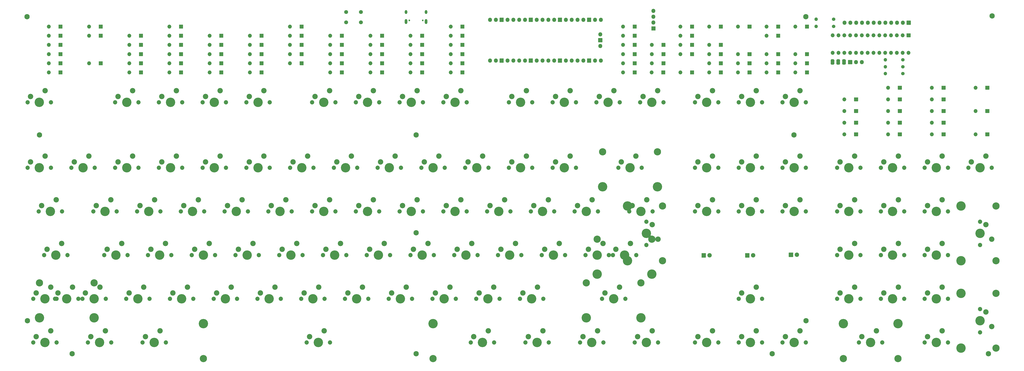
<source format=gbs>
G04 #@! TF.GenerationSoftware,KiCad,Pcbnew,(5.1.9)-1*
G04 #@! TF.CreationDate,2021-04-17T21:59:28+01:00*
G04 #@! TF.ProjectId,ENV_KB,454e565f-4b42-42e6-9b69-6361645f7063,Rev.1*
G04 #@! TF.SameCoordinates,Original*
G04 #@! TF.FileFunction,Soldermask,Bot*
G04 #@! TF.FilePolarity,Negative*
%FSLAX46Y46*%
G04 Gerber Fmt 4.6, Leading zero omitted, Abs format (unit mm)*
G04 Created by KiCad (PCBNEW (5.1.9)-1) date 2021-04-17 21:59:28*
%MOMM*%
%LPD*%
G01*
G04 APERTURE LIST*
%ADD10O,1.702000X1.702000*%
%ADD11C,2.352000*%
%ADD12C,4.089800*%
%ADD13C,1.852000*%
%ADD14C,3.150000*%
%ADD15C,2.302000*%
%ADD16C,1.502000*%
%ADD17O,1.502000X1.502000*%
%ADD18C,0.150000*%
%ADD19O,1.802000X1.802000*%
%ADD20C,1.902000*%
%ADD21O,1.102000X1.702000*%
%ADD22C,0.752000*%
%ADD23O,1.102000X2.202000*%
%ADD24C,1.702000*%
G04 APERTURE END LIST*
D10*
X552195000Y-141175000D03*
G36*
G01*
X558126000Y-140375000D02*
X558126000Y-141975000D01*
G75*
G02*
X558075000Y-142026000I-51000J0D01*
G01*
X556475000Y-142026000D01*
G75*
G02*
X556424000Y-141975000I0J51000D01*
G01*
X556424000Y-140375000D01*
G75*
G02*
X556475000Y-140324000I51000J0D01*
G01*
X558075000Y-140324000D01*
G75*
G02*
X558126000Y-140375000I0J-51000D01*
G01*
G37*
X533145000Y-141175000D03*
G36*
G01*
X539076000Y-140375000D02*
X539076000Y-141975000D01*
G75*
G02*
X539025000Y-142026000I-51000J0D01*
G01*
X537425000Y-142026000D01*
G75*
G02*
X537374000Y-141975000I0J51000D01*
G01*
X537374000Y-140375000D01*
G75*
G02*
X537425000Y-140324000I51000J0D01*
G01*
X539025000Y-140324000D01*
G75*
G02*
X539076000Y-140375000I0J-51000D01*
G01*
G37*
X514095000Y-141175000D03*
G36*
G01*
X520026000Y-140375000D02*
X520026000Y-141975000D01*
G75*
G02*
X519975000Y-142026000I-51000J0D01*
G01*
X518375000Y-142026000D01*
G75*
G02*
X518324000Y-141975000I0J51000D01*
G01*
X518324000Y-140375000D01*
G75*
G02*
X518375000Y-140324000I51000J0D01*
G01*
X519975000Y-140324000D01*
G75*
G02*
X520026000Y-140375000I0J-51000D01*
G01*
G37*
X533145000Y-146255000D03*
G36*
G01*
X539076000Y-145455000D02*
X539076000Y-147055000D01*
G75*
G02*
X539025000Y-147106000I-51000J0D01*
G01*
X537425000Y-147106000D01*
G75*
G02*
X537374000Y-147055000I0J51000D01*
G01*
X537374000Y-145455000D01*
G75*
G02*
X537425000Y-145404000I51000J0D01*
G01*
X539025000Y-145404000D01*
G75*
G02*
X539076000Y-145455000I0J-51000D01*
G01*
G37*
X514095000Y-146255000D03*
G36*
G01*
X520026000Y-145455000D02*
X520026000Y-147055000D01*
G75*
G02*
X519975000Y-147106000I-51000J0D01*
G01*
X518375000Y-147106000D01*
G75*
G02*
X518324000Y-147055000I0J51000D01*
G01*
X518324000Y-145455000D01*
G75*
G02*
X518375000Y-145404000I51000J0D01*
G01*
X519975000Y-145404000D01*
G75*
G02*
X520026000Y-145455000I0J-51000D01*
G01*
G37*
X495045000Y-146255000D03*
G36*
G01*
X500976000Y-145455000D02*
X500976000Y-147055000D01*
G75*
G02*
X500925000Y-147106000I-51000J0D01*
G01*
X499325000Y-147106000D01*
G75*
G02*
X499274000Y-147055000I0J51000D01*
G01*
X499274000Y-145455000D01*
G75*
G02*
X499325000Y-145404000I51000J0D01*
G01*
X500925000Y-145404000D01*
G75*
G02*
X500976000Y-145455000I0J-51000D01*
G01*
G37*
X552195000Y-151335000D03*
G36*
G01*
X558126000Y-150535000D02*
X558126000Y-152135000D01*
G75*
G02*
X558075000Y-152186000I-51000J0D01*
G01*
X556475000Y-152186000D01*
G75*
G02*
X556424000Y-152135000I0J51000D01*
G01*
X556424000Y-150535000D01*
G75*
G02*
X556475000Y-150484000I51000J0D01*
G01*
X558075000Y-150484000D01*
G75*
G02*
X558126000Y-150535000I0J-51000D01*
G01*
G37*
X533145000Y-151335000D03*
G36*
G01*
X539076000Y-150535000D02*
X539076000Y-152135000D01*
G75*
G02*
X539025000Y-152186000I-51000J0D01*
G01*
X537425000Y-152186000D01*
G75*
G02*
X537374000Y-152135000I0J51000D01*
G01*
X537374000Y-150535000D01*
G75*
G02*
X537425000Y-150484000I51000J0D01*
G01*
X539025000Y-150484000D01*
G75*
G02*
X539076000Y-150535000I0J-51000D01*
G01*
G37*
X514095000Y-151335000D03*
G36*
G01*
X520026000Y-150535000D02*
X520026000Y-152135000D01*
G75*
G02*
X519975000Y-152186000I-51000J0D01*
G01*
X518375000Y-152186000D01*
G75*
G02*
X518324000Y-152135000I0J51000D01*
G01*
X518324000Y-150535000D01*
G75*
G02*
X518375000Y-150484000I51000J0D01*
G01*
X519975000Y-150484000D01*
G75*
G02*
X520026000Y-150535000I0J-51000D01*
G01*
G37*
X495045000Y-151335000D03*
G36*
G01*
X500976000Y-150535000D02*
X500976000Y-152135000D01*
G75*
G02*
X500925000Y-152186000I-51000J0D01*
G01*
X499325000Y-152186000D01*
G75*
G02*
X499274000Y-152135000I0J51000D01*
G01*
X499274000Y-150535000D01*
G75*
G02*
X499325000Y-150484000I51000J0D01*
G01*
X500925000Y-150484000D01*
G75*
G02*
X500976000Y-150535000I0J-51000D01*
G01*
G37*
X533145000Y-156415000D03*
G36*
G01*
X539076000Y-155615000D02*
X539076000Y-157215000D01*
G75*
G02*
X539025000Y-157266000I-51000J0D01*
G01*
X537425000Y-157266000D01*
G75*
G02*
X537374000Y-157215000I0J51000D01*
G01*
X537374000Y-155615000D01*
G75*
G02*
X537425000Y-155564000I51000J0D01*
G01*
X539025000Y-155564000D01*
G75*
G02*
X539076000Y-155615000I0J-51000D01*
G01*
G37*
X514095000Y-156415000D03*
G36*
G01*
X520026000Y-155615000D02*
X520026000Y-157215000D01*
G75*
G02*
X519975000Y-157266000I-51000J0D01*
G01*
X518375000Y-157266000D01*
G75*
G02*
X518324000Y-157215000I0J51000D01*
G01*
X518324000Y-155615000D01*
G75*
G02*
X518375000Y-155564000I51000J0D01*
G01*
X519975000Y-155564000D01*
G75*
G02*
X520026000Y-155615000I0J-51000D01*
G01*
G37*
X495045000Y-156415000D03*
G36*
G01*
X500976000Y-155615000D02*
X500976000Y-157215000D01*
G75*
G02*
X500925000Y-157266000I-51000J0D01*
G01*
X499325000Y-157266000D01*
G75*
G02*
X499274000Y-157215000I0J51000D01*
G01*
X499274000Y-155615000D01*
G75*
G02*
X499325000Y-155564000I51000J0D01*
G01*
X500925000Y-155564000D01*
G75*
G02*
X500976000Y-155615000I0J-51000D01*
G01*
G37*
X552195000Y-161495000D03*
G36*
G01*
X558126000Y-160695000D02*
X558126000Y-162295000D01*
G75*
G02*
X558075000Y-162346000I-51000J0D01*
G01*
X556475000Y-162346000D01*
G75*
G02*
X556424000Y-162295000I0J51000D01*
G01*
X556424000Y-160695000D01*
G75*
G02*
X556475000Y-160644000I51000J0D01*
G01*
X558075000Y-160644000D01*
G75*
G02*
X558126000Y-160695000I0J-51000D01*
G01*
G37*
X533145000Y-161495000D03*
G36*
G01*
X539076000Y-160695000D02*
X539076000Y-162295000D01*
G75*
G02*
X539025000Y-162346000I-51000J0D01*
G01*
X537425000Y-162346000D01*
G75*
G02*
X537374000Y-162295000I0J51000D01*
G01*
X537374000Y-160695000D01*
G75*
G02*
X537425000Y-160644000I51000J0D01*
G01*
X539025000Y-160644000D01*
G75*
G02*
X539076000Y-160695000I0J-51000D01*
G01*
G37*
X514095000Y-161495000D03*
G36*
G01*
X520026000Y-160695000D02*
X520026000Y-162295000D01*
G75*
G02*
X519975000Y-162346000I-51000J0D01*
G01*
X518375000Y-162346000D01*
G75*
G02*
X518324000Y-162295000I0J51000D01*
G01*
X518324000Y-160695000D01*
G75*
G02*
X518375000Y-160644000I51000J0D01*
G01*
X519975000Y-160644000D01*
G75*
G02*
X520026000Y-160695000I0J-51000D01*
G01*
G37*
X495045000Y-161495000D03*
G36*
G01*
X500976000Y-160695000D02*
X500976000Y-162295000D01*
G75*
G02*
X500925000Y-162346000I-51000J0D01*
G01*
X499325000Y-162346000D01*
G75*
G02*
X499274000Y-162295000I0J51000D01*
G01*
X499274000Y-160695000D01*
G75*
G02*
X499325000Y-160644000I51000J0D01*
G01*
X500925000Y-160644000D01*
G75*
G02*
X500976000Y-160695000I0J-51000D01*
G01*
G37*
D11*
X158990000Y-228170000D03*
D12*
X156450000Y-233250000D03*
D11*
X152640000Y-230710000D03*
D13*
X151370000Y-233250000D03*
X161530000Y-233250000D03*
D14*
X144543750Y-226265000D03*
X168356250Y-226265000D03*
D12*
X144543750Y-241505000D03*
X168356250Y-241505000D03*
D11*
X401840000Y-209090000D03*
D12*
X399300000Y-214170000D03*
D11*
X395490000Y-211630000D03*
D13*
X394220000Y-214170000D03*
X404380000Y-214170000D03*
D14*
X387393750Y-207185000D03*
X411206250Y-207185000D03*
D12*
X387393750Y-222425000D03*
X411206250Y-222425000D03*
X400570000Y-192737000D03*
X400570000Y-216613000D03*
D14*
X415810000Y-192737000D03*
X415810000Y-216613000D03*
D13*
X408825000Y-209755000D03*
X408825000Y-199595000D03*
D11*
X411365000Y-200865000D03*
D12*
X408825000Y-204675000D03*
D11*
X413905000Y-207215000D03*
X408990000Y-190045000D03*
D12*
X406450000Y-195125000D03*
D11*
X402640000Y-192585000D03*
D13*
X401370000Y-195125000D03*
X411530000Y-195125000D03*
D15*
X557706800Y-257202200D03*
X559357800Y-109869500D03*
X473100000Y-161800000D03*
X144550000Y-161800000D03*
X308550000Y-204400000D03*
X308550000Y-257150000D03*
X308550000Y-161800000D03*
D11*
X270890000Y-190070000D03*
D12*
X268350000Y-195150000D03*
D11*
X264540000Y-192610000D03*
D13*
X263270000Y-195150000D03*
X273430000Y-195150000D03*
D16*
X490350000Y-111275000D03*
D17*
X482730000Y-111275000D03*
X512905000Y-129025000D03*
D16*
X520525000Y-129025000D03*
D13*
X521080000Y-176100000D03*
X510920000Y-176100000D03*
D11*
X512190000Y-173560000D03*
D12*
X516000000Y-176100000D03*
D11*
X518540000Y-171020000D03*
D13*
X559180000Y-176100000D03*
X549020000Y-176100000D03*
D11*
X550290000Y-173560000D03*
D12*
X554100000Y-176100000D03*
D11*
X556640000Y-171020000D03*
D13*
X521080000Y-214200000D03*
X510920000Y-214200000D03*
D11*
X512190000Y-211660000D03*
D12*
X516000000Y-214200000D03*
D11*
X518540000Y-209120000D03*
D13*
X540130000Y-214200000D03*
X529970000Y-214200000D03*
D11*
X531240000Y-211660000D03*
D12*
X535050000Y-214200000D03*
D11*
X537590000Y-209120000D03*
D18*
G36*
X489049980Y-130065050D02*
G01*
X489052882Y-130055483D01*
X489057595Y-130046666D01*
X489063938Y-130038938D01*
X489071666Y-130032595D01*
X489080483Y-130027882D01*
X489090050Y-130024980D01*
X489100000Y-130024000D01*
X490600000Y-130024000D01*
X490609950Y-130024980D01*
X490619517Y-130027882D01*
X490628334Y-130032595D01*
X490636062Y-130038938D01*
X490642405Y-130046666D01*
X490647118Y-130055483D01*
X490650020Y-130065050D01*
X490651000Y-130075000D01*
X490651000Y-130575000D01*
X490650398Y-130581112D01*
X490650398Y-130599534D01*
X490650152Y-130604533D01*
X490645342Y-130653364D01*
X490644608Y-130658314D01*
X490635036Y-130706439D01*
X490633820Y-130711295D01*
X490619576Y-130758250D01*
X490617890Y-130762961D01*
X490599113Y-130808294D01*
X490596973Y-130812820D01*
X490573842Y-130856093D01*
X490571269Y-130860384D01*
X490544009Y-130901183D01*
X490541027Y-130905204D01*
X490509899Y-130943133D01*
X490506538Y-130946841D01*
X490471841Y-130981538D01*
X490468133Y-130984899D01*
X490430204Y-131016027D01*
X490426183Y-131019009D01*
X490385384Y-131046269D01*
X490381093Y-131048842D01*
X490337820Y-131071973D01*
X490333294Y-131074113D01*
X490287961Y-131092890D01*
X490283250Y-131094576D01*
X490236295Y-131108820D01*
X490231439Y-131110036D01*
X490183314Y-131119608D01*
X490178364Y-131120342D01*
X490129533Y-131125152D01*
X490124534Y-131125398D01*
X490106112Y-131125398D01*
X490100000Y-131126000D01*
X489600000Y-131126000D01*
X489593888Y-131125398D01*
X489575466Y-131125398D01*
X489570467Y-131125152D01*
X489521636Y-131120342D01*
X489516686Y-131119608D01*
X489468561Y-131110036D01*
X489463705Y-131108820D01*
X489416750Y-131094576D01*
X489412039Y-131092890D01*
X489366706Y-131074113D01*
X489362180Y-131071973D01*
X489318907Y-131048842D01*
X489314616Y-131046269D01*
X489273817Y-131019009D01*
X489269796Y-131016027D01*
X489231867Y-130984899D01*
X489228159Y-130981538D01*
X489193462Y-130946841D01*
X489190101Y-130943133D01*
X489158973Y-130905204D01*
X489155991Y-130901183D01*
X489128731Y-130860384D01*
X489126158Y-130856093D01*
X489103027Y-130812820D01*
X489100887Y-130808294D01*
X489082110Y-130762961D01*
X489080424Y-130758250D01*
X489066180Y-130711295D01*
X489064964Y-130706439D01*
X489055392Y-130658314D01*
X489054658Y-130653364D01*
X489049848Y-130604533D01*
X489049602Y-130599534D01*
X489049602Y-130581112D01*
X489049000Y-130575000D01*
X489049000Y-130075000D01*
X489049980Y-130065050D01*
G37*
G36*
X489049602Y-129268888D02*
G01*
X489049602Y-129250466D01*
X489049848Y-129245467D01*
X489054658Y-129196636D01*
X489055392Y-129191686D01*
X489064964Y-129143561D01*
X489066180Y-129138705D01*
X489080424Y-129091750D01*
X489082110Y-129087039D01*
X489100887Y-129041706D01*
X489103027Y-129037180D01*
X489126158Y-128993907D01*
X489128731Y-128989616D01*
X489155991Y-128948817D01*
X489158973Y-128944796D01*
X489190101Y-128906867D01*
X489193462Y-128903159D01*
X489228159Y-128868462D01*
X489231867Y-128865101D01*
X489269796Y-128833973D01*
X489273817Y-128830991D01*
X489314616Y-128803731D01*
X489318907Y-128801158D01*
X489362180Y-128778027D01*
X489366706Y-128775887D01*
X489412039Y-128757110D01*
X489416750Y-128755424D01*
X489463705Y-128741180D01*
X489468561Y-128739964D01*
X489516686Y-128730392D01*
X489521636Y-128729658D01*
X489570467Y-128724848D01*
X489575466Y-128724602D01*
X489593888Y-128724602D01*
X489600000Y-128724000D01*
X490100000Y-128724000D01*
X490106112Y-128724602D01*
X490124534Y-128724602D01*
X490129533Y-128724848D01*
X490178364Y-128729658D01*
X490183314Y-128730392D01*
X490231439Y-128739964D01*
X490236295Y-128741180D01*
X490283250Y-128755424D01*
X490287961Y-128757110D01*
X490333294Y-128775887D01*
X490337820Y-128778027D01*
X490381093Y-128801158D01*
X490385384Y-128803731D01*
X490426183Y-128830991D01*
X490430204Y-128833973D01*
X490468133Y-128865101D01*
X490471841Y-128868462D01*
X490506538Y-128903159D01*
X490509899Y-128906867D01*
X490541027Y-128944796D01*
X490544009Y-128948817D01*
X490571269Y-128989616D01*
X490573842Y-128993907D01*
X490596973Y-129037180D01*
X490599113Y-129041706D01*
X490617890Y-129087039D01*
X490619576Y-129091750D01*
X490633820Y-129138705D01*
X490635036Y-129143561D01*
X490644608Y-129191686D01*
X490645342Y-129196636D01*
X490650152Y-129245467D01*
X490650398Y-129250466D01*
X490650398Y-129268888D01*
X490651000Y-129275000D01*
X490651000Y-129775000D01*
X490650020Y-129784950D01*
X490647118Y-129794517D01*
X490642405Y-129803334D01*
X490636062Y-129811062D01*
X490628334Y-129817405D01*
X490619517Y-129822118D01*
X490609950Y-129825020D01*
X490600000Y-129826000D01*
X489100000Y-129826000D01*
X489090050Y-129825020D01*
X489080483Y-129822118D01*
X489071666Y-129817405D01*
X489063938Y-129811062D01*
X489057595Y-129803334D01*
X489052882Y-129794517D01*
X489049980Y-129784950D01*
X489049000Y-129775000D01*
X489049000Y-129275000D01*
X489049602Y-129268888D01*
G37*
D13*
X521080000Y-233250000D03*
X510920000Y-233250000D03*
D11*
X512190000Y-230710000D03*
D12*
X516000000Y-233250000D03*
D11*
X518540000Y-228170000D03*
D16*
X490350000Y-114425000D03*
D17*
X482730000Y-114425000D03*
D18*
G36*
X494049980Y-130065050D02*
G01*
X494052882Y-130055483D01*
X494057595Y-130046666D01*
X494063938Y-130038938D01*
X494071666Y-130032595D01*
X494080483Y-130027882D01*
X494090050Y-130024980D01*
X494100000Y-130024000D01*
X495600000Y-130024000D01*
X495609950Y-130024980D01*
X495619517Y-130027882D01*
X495628334Y-130032595D01*
X495636062Y-130038938D01*
X495642405Y-130046666D01*
X495647118Y-130055483D01*
X495650020Y-130065050D01*
X495651000Y-130075000D01*
X495651000Y-130575000D01*
X495650398Y-130581112D01*
X495650398Y-130599534D01*
X495650152Y-130604533D01*
X495645342Y-130653364D01*
X495644608Y-130658314D01*
X495635036Y-130706439D01*
X495633820Y-130711295D01*
X495619576Y-130758250D01*
X495617890Y-130762961D01*
X495599113Y-130808294D01*
X495596973Y-130812820D01*
X495573842Y-130856093D01*
X495571269Y-130860384D01*
X495544009Y-130901183D01*
X495541027Y-130905204D01*
X495509899Y-130943133D01*
X495506538Y-130946841D01*
X495471841Y-130981538D01*
X495468133Y-130984899D01*
X495430204Y-131016027D01*
X495426183Y-131019009D01*
X495385384Y-131046269D01*
X495381093Y-131048842D01*
X495337820Y-131071973D01*
X495333294Y-131074113D01*
X495287961Y-131092890D01*
X495283250Y-131094576D01*
X495236295Y-131108820D01*
X495231439Y-131110036D01*
X495183314Y-131119608D01*
X495178364Y-131120342D01*
X495129533Y-131125152D01*
X495124534Y-131125398D01*
X495106112Y-131125398D01*
X495100000Y-131126000D01*
X494600000Y-131126000D01*
X494593888Y-131125398D01*
X494575466Y-131125398D01*
X494570467Y-131125152D01*
X494521636Y-131120342D01*
X494516686Y-131119608D01*
X494468561Y-131110036D01*
X494463705Y-131108820D01*
X494416750Y-131094576D01*
X494412039Y-131092890D01*
X494366706Y-131074113D01*
X494362180Y-131071973D01*
X494318907Y-131048842D01*
X494314616Y-131046269D01*
X494273817Y-131019009D01*
X494269796Y-131016027D01*
X494231867Y-130984899D01*
X494228159Y-130981538D01*
X494193462Y-130946841D01*
X494190101Y-130943133D01*
X494158973Y-130905204D01*
X494155991Y-130901183D01*
X494128731Y-130860384D01*
X494126158Y-130856093D01*
X494103027Y-130812820D01*
X494100887Y-130808294D01*
X494082110Y-130762961D01*
X494080424Y-130758250D01*
X494066180Y-130711295D01*
X494064964Y-130706439D01*
X494055392Y-130658314D01*
X494054658Y-130653364D01*
X494049848Y-130604533D01*
X494049602Y-130599534D01*
X494049602Y-130581112D01*
X494049000Y-130575000D01*
X494049000Y-130075000D01*
X494049980Y-130065050D01*
G37*
G36*
X494049602Y-129268888D02*
G01*
X494049602Y-129250466D01*
X494049848Y-129245467D01*
X494054658Y-129196636D01*
X494055392Y-129191686D01*
X494064964Y-129143561D01*
X494066180Y-129138705D01*
X494080424Y-129091750D01*
X494082110Y-129087039D01*
X494100887Y-129041706D01*
X494103027Y-129037180D01*
X494126158Y-128993907D01*
X494128731Y-128989616D01*
X494155991Y-128948817D01*
X494158973Y-128944796D01*
X494190101Y-128906867D01*
X494193462Y-128903159D01*
X494228159Y-128868462D01*
X494231867Y-128865101D01*
X494269796Y-128833973D01*
X494273817Y-128830991D01*
X494314616Y-128803731D01*
X494318907Y-128801158D01*
X494362180Y-128778027D01*
X494366706Y-128775887D01*
X494412039Y-128757110D01*
X494416750Y-128755424D01*
X494463705Y-128741180D01*
X494468561Y-128739964D01*
X494516686Y-128730392D01*
X494521636Y-128729658D01*
X494570467Y-128724848D01*
X494575466Y-128724602D01*
X494593888Y-128724602D01*
X494600000Y-128724000D01*
X495100000Y-128724000D01*
X495106112Y-128724602D01*
X495124534Y-128724602D01*
X495129533Y-128724848D01*
X495178364Y-128729658D01*
X495183314Y-128730392D01*
X495231439Y-128739964D01*
X495236295Y-128741180D01*
X495283250Y-128755424D01*
X495287961Y-128757110D01*
X495333294Y-128775887D01*
X495337820Y-128778027D01*
X495381093Y-128801158D01*
X495385384Y-128803731D01*
X495426183Y-128830991D01*
X495430204Y-128833973D01*
X495468133Y-128865101D01*
X495471841Y-128868462D01*
X495506538Y-128903159D01*
X495509899Y-128906867D01*
X495541027Y-128944796D01*
X495544009Y-128948817D01*
X495571269Y-128989616D01*
X495573842Y-128993907D01*
X495596973Y-129037180D01*
X495599113Y-129041706D01*
X495617890Y-129087039D01*
X495619576Y-129091750D01*
X495633820Y-129138705D01*
X495635036Y-129143561D01*
X495644608Y-129191686D01*
X495645342Y-129196636D01*
X495650152Y-129245467D01*
X495650398Y-129250466D01*
X495650398Y-129268888D01*
X495651000Y-129275000D01*
X495651000Y-129775000D01*
X495650020Y-129784950D01*
X495647118Y-129794517D01*
X495642405Y-129803334D01*
X495636062Y-129811062D01*
X495628334Y-129817405D01*
X495619517Y-129822118D01*
X495609950Y-129825020D01*
X495600000Y-129826000D01*
X494100000Y-129826000D01*
X494090050Y-129825020D01*
X494080483Y-129822118D01*
X494071666Y-129817405D01*
X494063938Y-129811062D01*
X494057595Y-129803334D01*
X494052882Y-129794517D01*
X494049980Y-129784950D01*
X494049000Y-129775000D01*
X494049000Y-129275000D01*
X494049602Y-129268888D01*
G37*
D13*
X502030000Y-195150000D03*
X491870000Y-195150000D03*
D11*
X493140000Y-192610000D03*
D12*
X496950000Y-195150000D03*
D11*
X499490000Y-190070000D03*
D13*
X502030000Y-233250000D03*
X491870000Y-233250000D03*
D11*
X493140000Y-230710000D03*
D12*
X496950000Y-233250000D03*
D11*
X499490000Y-228170000D03*
D13*
X540130000Y-233250000D03*
X529970000Y-233250000D03*
D11*
X531240000Y-230710000D03*
D12*
X535050000Y-233250000D03*
D11*
X537590000Y-228170000D03*
X559180000Y-245315000D03*
D12*
X554100000Y-242775000D03*
D11*
X556640000Y-238965000D03*
D13*
X554100000Y-237695000D03*
X554100000Y-247855000D03*
D14*
X561085000Y-230868750D03*
X561085000Y-254681250D03*
D12*
X545845000Y-230868750D03*
X545845000Y-254681250D03*
D13*
X502030000Y-214200000D03*
X491870000Y-214200000D03*
D11*
X493140000Y-211660000D03*
D12*
X496950000Y-214200000D03*
D11*
X499490000Y-209120000D03*
G36*
G01*
X522185000Y-117464000D02*
X523785000Y-117464000D01*
G75*
G02*
X523836000Y-117515000I0J-51000D01*
G01*
X523836000Y-119115000D01*
G75*
G02*
X523785000Y-119166000I-51000J0D01*
G01*
X522185000Y-119166000D01*
G75*
G02*
X522134000Y-119115000I0J51000D01*
G01*
X522134000Y-117515000D01*
G75*
G02*
X522185000Y-117464000I51000J0D01*
G01*
G37*
D10*
X489965000Y-125935000D03*
X520445000Y-118315000D03*
X492505000Y-125935000D03*
X517905000Y-118315000D03*
X495045000Y-125935000D03*
X515365000Y-118315000D03*
X497585000Y-125935000D03*
X512825000Y-118315000D03*
X500125000Y-125935000D03*
X510285000Y-118315000D03*
X502665000Y-125935000D03*
X507745000Y-118315000D03*
X505205000Y-125935000D03*
X505205000Y-118315000D03*
X507745000Y-125935000D03*
X502665000Y-118315000D03*
X510285000Y-125935000D03*
X500125000Y-118315000D03*
X512825000Y-125935000D03*
X497585000Y-118315000D03*
X515365000Y-125935000D03*
X495045000Y-118315000D03*
X517905000Y-125935000D03*
X492505000Y-118315000D03*
X520445000Y-125935000D03*
X489965000Y-118315000D03*
X522985000Y-125935000D03*
D11*
X559180000Y-207215000D03*
D12*
X554100000Y-204675000D03*
D11*
X556640000Y-200865000D03*
D13*
X554100000Y-199595000D03*
X554100000Y-209755000D03*
D14*
X561085000Y-192768750D03*
X561085000Y-216581250D03*
D12*
X545845000Y-192768750D03*
X545845000Y-216581250D03*
D13*
X502030000Y-176100000D03*
X491870000Y-176100000D03*
D11*
X493140000Y-173560000D03*
D12*
X496950000Y-176100000D03*
D11*
X499490000Y-171020000D03*
D13*
X540130000Y-252300000D03*
X529970000Y-252300000D03*
D11*
X531240000Y-249760000D03*
D12*
X535050000Y-252300000D03*
D11*
X537590000Y-247220000D03*
D13*
X540130000Y-176100000D03*
X529970000Y-176100000D03*
D11*
X531240000Y-173560000D03*
D12*
X535050000Y-176100000D03*
D11*
X537590000Y-171020000D03*
D13*
X540130000Y-195150000D03*
X529970000Y-195150000D03*
D11*
X531240000Y-192610000D03*
D12*
X535050000Y-195150000D03*
D11*
X537590000Y-190070000D03*
X509015000Y-247220000D03*
D12*
X506475000Y-252300000D03*
D11*
X502665000Y-249760000D03*
D13*
X501395000Y-252300000D03*
X511555000Y-252300000D03*
D14*
X494568750Y-259285000D03*
X518381250Y-259285000D03*
D12*
X494568750Y-244045000D03*
X518381250Y-244045000D03*
D13*
X521080000Y-195150000D03*
X510920000Y-195150000D03*
D11*
X512190000Y-192610000D03*
D12*
X516000000Y-195150000D03*
D11*
X518540000Y-190070000D03*
D18*
G36*
X491549980Y-130065050D02*
G01*
X491552882Y-130055483D01*
X491557595Y-130046666D01*
X491563938Y-130038938D01*
X491571666Y-130032595D01*
X491580483Y-130027882D01*
X491590050Y-130024980D01*
X491600000Y-130024000D01*
X493100000Y-130024000D01*
X493109950Y-130024980D01*
X493119517Y-130027882D01*
X493128334Y-130032595D01*
X493136062Y-130038938D01*
X493142405Y-130046666D01*
X493147118Y-130055483D01*
X493150020Y-130065050D01*
X493151000Y-130075000D01*
X493151000Y-130575000D01*
X493150398Y-130581112D01*
X493150398Y-130599534D01*
X493150152Y-130604533D01*
X493145342Y-130653364D01*
X493144608Y-130658314D01*
X493135036Y-130706439D01*
X493133820Y-130711295D01*
X493119576Y-130758250D01*
X493117890Y-130762961D01*
X493099113Y-130808294D01*
X493096973Y-130812820D01*
X493073842Y-130856093D01*
X493071269Y-130860384D01*
X493044009Y-130901183D01*
X493041027Y-130905204D01*
X493009899Y-130943133D01*
X493006538Y-130946841D01*
X492971841Y-130981538D01*
X492968133Y-130984899D01*
X492930204Y-131016027D01*
X492926183Y-131019009D01*
X492885384Y-131046269D01*
X492881093Y-131048842D01*
X492837820Y-131071973D01*
X492833294Y-131074113D01*
X492787961Y-131092890D01*
X492783250Y-131094576D01*
X492736295Y-131108820D01*
X492731439Y-131110036D01*
X492683314Y-131119608D01*
X492678364Y-131120342D01*
X492629533Y-131125152D01*
X492624534Y-131125398D01*
X492606112Y-131125398D01*
X492600000Y-131126000D01*
X492100000Y-131126000D01*
X492093888Y-131125398D01*
X492075466Y-131125398D01*
X492070467Y-131125152D01*
X492021636Y-131120342D01*
X492016686Y-131119608D01*
X491968561Y-131110036D01*
X491963705Y-131108820D01*
X491916750Y-131094576D01*
X491912039Y-131092890D01*
X491866706Y-131074113D01*
X491862180Y-131071973D01*
X491818907Y-131048842D01*
X491814616Y-131046269D01*
X491773817Y-131019009D01*
X491769796Y-131016027D01*
X491731867Y-130984899D01*
X491728159Y-130981538D01*
X491693462Y-130946841D01*
X491690101Y-130943133D01*
X491658973Y-130905204D01*
X491655991Y-130901183D01*
X491628731Y-130860384D01*
X491626158Y-130856093D01*
X491603027Y-130812820D01*
X491600887Y-130808294D01*
X491582110Y-130762961D01*
X491580424Y-130758250D01*
X491566180Y-130711295D01*
X491564964Y-130706439D01*
X491555392Y-130658314D01*
X491554658Y-130653364D01*
X491549848Y-130604533D01*
X491549602Y-130599534D01*
X491549602Y-130581112D01*
X491549000Y-130575000D01*
X491549000Y-130075000D01*
X491549980Y-130065050D01*
G37*
G36*
X491549602Y-129268888D02*
G01*
X491549602Y-129250466D01*
X491549848Y-129245467D01*
X491554658Y-129196636D01*
X491555392Y-129191686D01*
X491564964Y-129143561D01*
X491566180Y-129138705D01*
X491580424Y-129091750D01*
X491582110Y-129087039D01*
X491600887Y-129041706D01*
X491603027Y-129037180D01*
X491626158Y-128993907D01*
X491628731Y-128989616D01*
X491655991Y-128948817D01*
X491658973Y-128944796D01*
X491690101Y-128906867D01*
X491693462Y-128903159D01*
X491728159Y-128868462D01*
X491731867Y-128865101D01*
X491769796Y-128833973D01*
X491773817Y-128830991D01*
X491814616Y-128803731D01*
X491818907Y-128801158D01*
X491862180Y-128778027D01*
X491866706Y-128775887D01*
X491912039Y-128757110D01*
X491916750Y-128755424D01*
X491963705Y-128741180D01*
X491968561Y-128739964D01*
X492016686Y-128730392D01*
X492021636Y-128729658D01*
X492070467Y-128724848D01*
X492075466Y-128724602D01*
X492093888Y-128724602D01*
X492100000Y-128724000D01*
X492600000Y-128724000D01*
X492606112Y-128724602D01*
X492624534Y-128724602D01*
X492629533Y-128724848D01*
X492678364Y-128729658D01*
X492683314Y-128730392D01*
X492731439Y-128739964D01*
X492736295Y-128741180D01*
X492783250Y-128755424D01*
X492787961Y-128757110D01*
X492833294Y-128775887D01*
X492837820Y-128778027D01*
X492881093Y-128801158D01*
X492885384Y-128803731D01*
X492926183Y-128830991D01*
X492930204Y-128833973D01*
X492968133Y-128865101D01*
X492971841Y-128868462D01*
X493006538Y-128903159D01*
X493009899Y-128906867D01*
X493041027Y-128944796D01*
X493044009Y-128948817D01*
X493071269Y-128989616D01*
X493073842Y-128993907D01*
X493096973Y-129037180D01*
X493099113Y-129041706D01*
X493117890Y-129087039D01*
X493119576Y-129091750D01*
X493133820Y-129138705D01*
X493135036Y-129143561D01*
X493144608Y-129191686D01*
X493145342Y-129196636D01*
X493150152Y-129245467D01*
X493150398Y-129250466D01*
X493150398Y-129268888D01*
X493151000Y-129275000D01*
X493151000Y-129775000D01*
X493150020Y-129784950D01*
X493147118Y-129794517D01*
X493142405Y-129803334D01*
X493136062Y-129811062D01*
X493128334Y-129817405D01*
X493119517Y-129822118D01*
X493109950Y-129825020D01*
X493100000Y-129826000D01*
X491600000Y-129826000D01*
X491590050Y-129825020D01*
X491580483Y-129822118D01*
X491571666Y-129817405D01*
X491563938Y-129811062D01*
X491557595Y-129803334D01*
X491552882Y-129794517D01*
X491549980Y-129784950D01*
X491549000Y-129775000D01*
X491549000Y-129275000D01*
X491549602Y-129268888D01*
G37*
D19*
X502615000Y-130015000D03*
X500075000Y-130015000D03*
G36*
G01*
X498385000Y-130916000D02*
X496685000Y-130916000D01*
G75*
G02*
X496634000Y-130865000I0J51000D01*
G01*
X496634000Y-129165000D01*
G75*
G02*
X496685000Y-129114000I51000J0D01*
G01*
X498385000Y-129114000D01*
G75*
G02*
X498436000Y-129165000I0J-51000D01*
G01*
X498436000Y-130865000D01*
G75*
G02*
X498385000Y-130916000I-51000J0D01*
G01*
G37*
D17*
X512905000Y-135025000D03*
D16*
X520525000Y-135025000D03*
D17*
X512905000Y-132025000D03*
D16*
X520525000Y-132025000D03*
G36*
G01*
X451824000Y-215175000D02*
X451824000Y-213375000D01*
G75*
G02*
X451875000Y-213324000I51000J0D01*
G01*
X453675000Y-213324000D01*
G75*
G02*
X453726000Y-213375000I0J-51000D01*
G01*
X453726000Y-215175000D01*
G75*
G02*
X453675000Y-215226000I-51000J0D01*
G01*
X451875000Y-215226000D01*
G75*
G02*
X451824000Y-215175000I0J51000D01*
G01*
G37*
D20*
X455315000Y-214275000D03*
G36*
G01*
X470824000Y-214925000D02*
X470824000Y-213125000D01*
G75*
G02*
X470875000Y-213074000I51000J0D01*
G01*
X472675000Y-213074000D01*
G75*
G02*
X472726000Y-213125000I0J-51000D01*
G01*
X472726000Y-214925000D01*
G75*
G02*
X472675000Y-214976000I-51000J0D01*
G01*
X470875000Y-214976000D01*
G75*
G02*
X470824000Y-214925000I0J51000D01*
G01*
G37*
X474315000Y-214025000D03*
G36*
G01*
X432824000Y-215175000D02*
X432824000Y-213375000D01*
G75*
G02*
X432875000Y-213324000I51000J0D01*
G01*
X434675000Y-213324000D01*
G75*
G02*
X434726000Y-213375000I0J-51000D01*
G01*
X434726000Y-215175000D01*
G75*
G02*
X434675000Y-215226000I-51000J0D01*
G01*
X432875000Y-215226000D01*
G75*
G02*
X432824000Y-215175000I0J51000D01*
G01*
G37*
X436315000Y-214275000D03*
G36*
G01*
X522175000Y-111924000D02*
X523875000Y-111924000D01*
G75*
G02*
X523926000Y-111975000I0J-51000D01*
G01*
X523926000Y-113675000D01*
G75*
G02*
X523875000Y-113726000I-51000J0D01*
G01*
X522175000Y-113726000D01*
G75*
G02*
X522124000Y-113675000I0J51000D01*
G01*
X522124000Y-111975000D01*
G75*
G02*
X522175000Y-111924000I51000J0D01*
G01*
G37*
D19*
X520485000Y-112825000D03*
X517945000Y-112825000D03*
X515405000Y-112825000D03*
X512865000Y-112825000D03*
X510325000Y-112825000D03*
X507785000Y-112825000D03*
X505245000Y-112825000D03*
X502705000Y-112825000D03*
X500165000Y-112825000D03*
X497625000Y-112825000D03*
X495085000Y-112825000D03*
D15*
X139350000Y-242750000D03*
D11*
X151827500Y-190070000D03*
D12*
X149287500Y-195150000D03*
D11*
X145477500Y-192610000D03*
D13*
X144207500Y-195150000D03*
X154367500Y-195150000D03*
D21*
X304205000Y-108150000D03*
D22*
X305635000Y-111800000D03*
D21*
X312845000Y-108150000D03*
D22*
X311415000Y-111800000D03*
D23*
X312845000Y-112330000D03*
X304205000Y-112330000D03*
D11*
X149446250Y-228170000D03*
D12*
X146906250Y-233250000D03*
D11*
X143096250Y-230710000D03*
D13*
X141826250Y-233250000D03*
X151986250Y-233250000D03*
D11*
X170877500Y-228170000D03*
D12*
X168337500Y-233250000D03*
D11*
X164527500Y-230710000D03*
D13*
X163257500Y-233250000D03*
X173417500Y-233250000D03*
D11*
X397096250Y-228170000D03*
D12*
X394556250Y-233250000D03*
D11*
X390746250Y-230710000D03*
D13*
X389476250Y-233250000D03*
X399636250Y-233250000D03*
D14*
X382650000Y-226265000D03*
X406462500Y-226265000D03*
D12*
X382650000Y-241505000D03*
X406462500Y-241505000D03*
D11*
X456627500Y-228170000D03*
D12*
X454087500Y-233250000D03*
D11*
X450277500Y-230710000D03*
D13*
X449007500Y-233250000D03*
X459167500Y-233250000D03*
D11*
X149446250Y-247220000D03*
D12*
X146906250Y-252300000D03*
D11*
X143096250Y-249760000D03*
D13*
X141826250Y-252300000D03*
X151986250Y-252300000D03*
D12*
X315968650Y-244045000D03*
X215968850Y-244045000D03*
D14*
X315968650Y-259285000D03*
X215968850Y-259285000D03*
D13*
X271048750Y-252300000D03*
X260888750Y-252300000D03*
D11*
X262158750Y-249760000D03*
D12*
X265968750Y-252300000D03*
D11*
X268508750Y-247220000D03*
X339946250Y-247220000D03*
D12*
X337406250Y-252300000D03*
D11*
X333596250Y-249760000D03*
D13*
X332326250Y-252300000D03*
X342486250Y-252300000D03*
D11*
X437577500Y-247220000D03*
D12*
X435037500Y-252300000D03*
D11*
X431227500Y-249760000D03*
D13*
X429957500Y-252300000D03*
X440117500Y-252300000D03*
G36*
G01*
X442081000Y-121700000D02*
X442081000Y-123300000D01*
G75*
G02*
X442030000Y-123351000I-51000J0D01*
G01*
X440430000Y-123351000D01*
G75*
G02*
X440379000Y-123300000I0J51000D01*
G01*
X440379000Y-121700000D01*
G75*
G02*
X440430000Y-121649000I51000J0D01*
G01*
X442030000Y-121649000D01*
G75*
G02*
X442081000Y-121700000I0J-51000D01*
G01*
G37*
D10*
X436150000Y-122500000D03*
D24*
X284550000Y-112650000D03*
X284550000Y-108150000D03*
X278050000Y-112650000D03*
X278050000Y-108150000D03*
D15*
X478300000Y-242750000D03*
X158825000Y-257150000D03*
X463615000Y-257150000D03*
X478225000Y-110225000D03*
X139150000Y-110225000D03*
D19*
X411900000Y-107680000D03*
X411900000Y-110220000D03*
X411900000Y-112760000D03*
G36*
G01*
X412801000Y-114450000D02*
X412801000Y-116150000D01*
G75*
G02*
X412750000Y-116201000I-51000J0D01*
G01*
X411050000Y-116201000D01*
G75*
G02*
X410999000Y-116150000I0J51000D01*
G01*
X410999000Y-114450000D01*
G75*
G02*
X411050000Y-114399000I51000J0D01*
G01*
X412750000Y-114399000D01*
G75*
G02*
X412801000Y-114450000I0J-51000D01*
G01*
G37*
D10*
X411100000Y-134500000D03*
G36*
G01*
X417031000Y-133700000D02*
X417031000Y-135300000D01*
G75*
G02*
X416980000Y-135351000I-51000J0D01*
G01*
X415380000Y-135351000D01*
G75*
G02*
X415329000Y-135300000I0J51000D01*
G01*
X415329000Y-133700000D01*
G75*
G02*
X415380000Y-133649000I51000J0D01*
G01*
X416980000Y-133649000D01*
G75*
G02*
X417031000Y-133700000I0J-51000D01*
G01*
G37*
X423650000Y-134500000D03*
G36*
G01*
X429581000Y-133700000D02*
X429581000Y-135300000D01*
G75*
G02*
X429530000Y-135351000I-51000J0D01*
G01*
X427930000Y-135351000D01*
G75*
G02*
X427879000Y-135300000I0J51000D01*
G01*
X427879000Y-133700000D01*
G75*
G02*
X427930000Y-133649000I51000J0D01*
G01*
X429530000Y-133649000D01*
G75*
G02*
X429581000Y-133700000I0J-51000D01*
G01*
G37*
D19*
X340720000Y-129340000D03*
X343260000Y-129340000D03*
G36*
G01*
X346650000Y-130241000D02*
X344950000Y-130241000D01*
G75*
G02*
X344899000Y-130190000I0J51000D01*
G01*
X344899000Y-128490000D01*
G75*
G02*
X344950000Y-128439000I51000J0D01*
G01*
X346650000Y-128439000D01*
G75*
G02*
X346701000Y-128490000I0J-51000D01*
G01*
X346701000Y-130190000D01*
G75*
G02*
X346650000Y-130241000I-51000J0D01*
G01*
G37*
X348340000Y-129340000D03*
X350880000Y-129340000D03*
X353420000Y-129340000D03*
X355960000Y-129340000D03*
G36*
G01*
X359350000Y-130241000D02*
X357650000Y-130241000D01*
G75*
G02*
X357599000Y-130190000I0J51000D01*
G01*
X357599000Y-128490000D01*
G75*
G02*
X357650000Y-128439000I51000J0D01*
G01*
X359350000Y-128439000D01*
G75*
G02*
X359401000Y-128490000I0J-51000D01*
G01*
X359401000Y-130190000D01*
G75*
G02*
X359350000Y-130241000I-51000J0D01*
G01*
G37*
X361040000Y-129340000D03*
X363580000Y-129340000D03*
X366120000Y-129340000D03*
X368660000Y-129340000D03*
G36*
G01*
X372050000Y-130241000D02*
X370350000Y-130241000D01*
G75*
G02*
X370299000Y-130190000I0J51000D01*
G01*
X370299000Y-128490000D01*
G75*
G02*
X370350000Y-128439000I51000J0D01*
G01*
X372050000Y-128439000D01*
G75*
G02*
X372101000Y-128490000I0J-51000D01*
G01*
X372101000Y-130190000D01*
G75*
G02*
X372050000Y-130241000I-51000J0D01*
G01*
G37*
X373740000Y-129340000D03*
X376280000Y-129340000D03*
X378820000Y-129340000D03*
X381360000Y-129340000D03*
G36*
G01*
X384750000Y-130241000D02*
X383050000Y-130241000D01*
G75*
G02*
X382999000Y-130190000I0J51000D01*
G01*
X382999000Y-128490000D01*
G75*
G02*
X383050000Y-128439000I51000J0D01*
G01*
X384750000Y-128439000D01*
G75*
G02*
X384801000Y-128490000I0J-51000D01*
G01*
X384801000Y-130190000D01*
G75*
G02*
X384750000Y-130241000I-51000J0D01*
G01*
G37*
X386440000Y-129340000D03*
X388980000Y-129340000D03*
X388980000Y-111560000D03*
X386440000Y-111560000D03*
G36*
G01*
X384750000Y-112461000D02*
X383050000Y-112461000D01*
G75*
G02*
X382999000Y-112410000I0J51000D01*
G01*
X382999000Y-110710000D01*
G75*
G02*
X383050000Y-110659000I51000J0D01*
G01*
X384750000Y-110659000D01*
G75*
G02*
X384801000Y-110710000I0J-51000D01*
G01*
X384801000Y-112410000D01*
G75*
G02*
X384750000Y-112461000I-51000J0D01*
G01*
G37*
X381360000Y-111560000D03*
X378820000Y-111560000D03*
X376280000Y-111560000D03*
X373740000Y-111560000D03*
G36*
G01*
X372050000Y-112461000D02*
X370350000Y-112461000D01*
G75*
G02*
X370299000Y-112410000I0J51000D01*
G01*
X370299000Y-110710000D01*
G75*
G02*
X370350000Y-110659000I51000J0D01*
G01*
X372050000Y-110659000D01*
G75*
G02*
X372101000Y-110710000I0J-51000D01*
G01*
X372101000Y-112410000D01*
G75*
G02*
X372050000Y-112461000I-51000J0D01*
G01*
G37*
X368660000Y-111560000D03*
X366120000Y-111560000D03*
X363580000Y-111560000D03*
X361040000Y-111560000D03*
G36*
G01*
X359350000Y-112461000D02*
X357650000Y-112461000D01*
G75*
G02*
X357599000Y-112410000I0J51000D01*
G01*
X357599000Y-110710000D01*
G75*
G02*
X357650000Y-110659000I51000J0D01*
G01*
X359350000Y-110659000D01*
G75*
G02*
X359401000Y-110710000I0J-51000D01*
G01*
X359401000Y-112410000D01*
G75*
G02*
X359350000Y-112461000I-51000J0D01*
G01*
G37*
X355960000Y-111560000D03*
X353420000Y-111560000D03*
X350880000Y-111560000D03*
X348340000Y-111560000D03*
G36*
G01*
X346650000Y-112461000D02*
X344950000Y-112461000D01*
G75*
G02*
X344899000Y-112410000I0J51000D01*
G01*
X344899000Y-110710000D01*
G75*
G02*
X344950000Y-110659000I51000J0D01*
G01*
X346650000Y-110659000D01*
G75*
G02*
X346701000Y-110710000I0J-51000D01*
G01*
X346701000Y-112410000D01*
G75*
G02*
X346650000Y-112461000I-51000J0D01*
G01*
G37*
X343260000Y-111560000D03*
X340720000Y-111560000D03*
X388750000Y-122990000D03*
G36*
G01*
X389600000Y-121351000D02*
X387900000Y-121351000D01*
G75*
G02*
X387849000Y-121300000I0J51000D01*
G01*
X387849000Y-119600000D01*
G75*
G02*
X387900000Y-119549000I51000J0D01*
G01*
X389600000Y-119549000D01*
G75*
G02*
X389651000Y-119600000I0J-51000D01*
G01*
X389651000Y-121300000D01*
G75*
G02*
X389600000Y-121351000I-51000J0D01*
G01*
G37*
X388750000Y-117910000D03*
D11*
X404240000Y-171020000D03*
D12*
X401700000Y-176100000D03*
D11*
X397890000Y-173560000D03*
D13*
X396620000Y-176100000D03*
X406780000Y-176100000D03*
D14*
X389793750Y-169115000D03*
X413606250Y-169115000D03*
D12*
X389793750Y-184355000D03*
X413606250Y-184355000D03*
D11*
X154208750Y-209120000D03*
D12*
X151668750Y-214200000D03*
D11*
X147858750Y-211660000D03*
D13*
X146588750Y-214200000D03*
X156748750Y-214200000D03*
D11*
X173258750Y-247220000D03*
D12*
X170718750Y-252300000D03*
D11*
X166908750Y-249760000D03*
D13*
X165638750Y-252300000D03*
X175798750Y-252300000D03*
D11*
X197071250Y-247220000D03*
D12*
X194531250Y-252300000D03*
D11*
X190721250Y-249760000D03*
D13*
X189451250Y-252300000D03*
X199611250Y-252300000D03*
D11*
X363758750Y-247220000D03*
D12*
X361218750Y-252300000D03*
D11*
X357408750Y-249760000D03*
D13*
X356138750Y-252300000D03*
X366298750Y-252300000D03*
D11*
X387571250Y-247220000D03*
D12*
X385031250Y-252300000D03*
D11*
X381221250Y-249760000D03*
D13*
X379951250Y-252300000D03*
X390111250Y-252300000D03*
D11*
X411383750Y-247220000D03*
D12*
X408843750Y-252300000D03*
D11*
X405033750Y-249760000D03*
D13*
X403763750Y-252300000D03*
X413923750Y-252300000D03*
D11*
X147065000Y-142445000D03*
D12*
X144525000Y-147525000D03*
D11*
X140715000Y-144985000D03*
D13*
X139445000Y-147525000D03*
X149605000Y-147525000D03*
D11*
X185165000Y-142445000D03*
D12*
X182625000Y-147525000D03*
D11*
X178815000Y-144985000D03*
D13*
X177545000Y-147525000D03*
X187705000Y-147525000D03*
D11*
X204215000Y-142445000D03*
D12*
X201675000Y-147525000D03*
D11*
X197865000Y-144985000D03*
D13*
X196595000Y-147525000D03*
X206755000Y-147525000D03*
D11*
X223265000Y-142445000D03*
D12*
X220725000Y-147525000D03*
D11*
X216915000Y-144985000D03*
D13*
X215645000Y-147525000D03*
X225805000Y-147525000D03*
D11*
X270890000Y-142445000D03*
D12*
X268350000Y-147525000D03*
D11*
X264540000Y-144985000D03*
D13*
X263270000Y-147525000D03*
X273430000Y-147525000D03*
D11*
X308990000Y-142445000D03*
D12*
X306450000Y-147525000D03*
D11*
X302640000Y-144985000D03*
D13*
X301370000Y-147525000D03*
X311530000Y-147525000D03*
D11*
X356615000Y-142445000D03*
D12*
X354075000Y-147525000D03*
D11*
X350265000Y-144985000D03*
D13*
X348995000Y-147525000D03*
X359155000Y-147525000D03*
D11*
X375665000Y-142445000D03*
D12*
X373125000Y-147525000D03*
D11*
X369315000Y-144985000D03*
D13*
X368045000Y-147525000D03*
X378205000Y-147525000D03*
D11*
X394715000Y-142445000D03*
D12*
X392175000Y-147525000D03*
D11*
X388365000Y-144985000D03*
D13*
X387095000Y-147525000D03*
X397255000Y-147525000D03*
D11*
X413765000Y-142445000D03*
D12*
X411225000Y-147525000D03*
D11*
X407415000Y-144985000D03*
D13*
X406145000Y-147525000D03*
X416305000Y-147525000D03*
D11*
X437577500Y-142445000D03*
D12*
X435037500Y-147525000D03*
D11*
X431227500Y-144985000D03*
D13*
X429957500Y-147525000D03*
X440117500Y-147525000D03*
D11*
X456627500Y-142445000D03*
D12*
X454087500Y-147525000D03*
D11*
X450277500Y-144985000D03*
D13*
X449007500Y-147525000D03*
X459167500Y-147525000D03*
D11*
X475677500Y-142445000D03*
D12*
X473137500Y-147525000D03*
D11*
X469327500Y-144985000D03*
D13*
X468057500Y-147525000D03*
X478217500Y-147525000D03*
D11*
X147065000Y-171020000D03*
D12*
X144525000Y-176100000D03*
D11*
X140715000Y-173560000D03*
D13*
X139445000Y-176100000D03*
X149605000Y-176100000D03*
D11*
X166115000Y-171020000D03*
D12*
X163575000Y-176100000D03*
D11*
X159765000Y-173560000D03*
D13*
X158495000Y-176100000D03*
X168655000Y-176100000D03*
D11*
X204215000Y-171020000D03*
D12*
X201675000Y-176100000D03*
D11*
X197865000Y-173560000D03*
D13*
X196595000Y-176100000D03*
X206755000Y-176100000D03*
D11*
X223265000Y-171020000D03*
D12*
X220725000Y-176100000D03*
D11*
X216915000Y-173560000D03*
D13*
X215645000Y-176100000D03*
X225805000Y-176100000D03*
D11*
X242315000Y-171020000D03*
D12*
X239775000Y-176100000D03*
D11*
X235965000Y-173560000D03*
D13*
X234695000Y-176100000D03*
X244855000Y-176100000D03*
D11*
X261365000Y-171020000D03*
D12*
X258825000Y-176100000D03*
D11*
X255015000Y-173560000D03*
D13*
X253745000Y-176100000D03*
X263905000Y-176100000D03*
D11*
X280415000Y-171020000D03*
D12*
X277875000Y-176100000D03*
D11*
X274065000Y-173560000D03*
D13*
X272795000Y-176100000D03*
X282955000Y-176100000D03*
D11*
X299465000Y-171020000D03*
D12*
X296925000Y-176100000D03*
D11*
X293115000Y-173560000D03*
D13*
X291845000Y-176100000D03*
X302005000Y-176100000D03*
D11*
X318515000Y-171020000D03*
D12*
X315975000Y-176100000D03*
D11*
X312165000Y-173560000D03*
D13*
X310895000Y-176100000D03*
X321055000Y-176100000D03*
D11*
X337565000Y-171020000D03*
D12*
X335025000Y-176100000D03*
D11*
X331215000Y-173560000D03*
D13*
X329945000Y-176100000D03*
X340105000Y-176100000D03*
D11*
X356615000Y-171020000D03*
D12*
X354075000Y-176100000D03*
D11*
X350265000Y-173560000D03*
D13*
X348995000Y-176100000D03*
X359155000Y-176100000D03*
D11*
X375665000Y-171020000D03*
D12*
X373125000Y-176100000D03*
D11*
X369315000Y-173560000D03*
D13*
X368045000Y-176100000D03*
X378205000Y-176100000D03*
D11*
X437577500Y-171020000D03*
D12*
X435037500Y-176100000D03*
D11*
X431227500Y-173560000D03*
D13*
X429957500Y-176100000D03*
X440117500Y-176100000D03*
D11*
X456627500Y-171020000D03*
D12*
X454087500Y-176100000D03*
D11*
X450277500Y-173560000D03*
D13*
X449007500Y-176100000D03*
X459167500Y-176100000D03*
D11*
X475677500Y-171020000D03*
D12*
X473137500Y-176100000D03*
D11*
X469327500Y-173560000D03*
D13*
X468057500Y-176100000D03*
X478217500Y-176100000D03*
D11*
X175640000Y-190070000D03*
D12*
X173100000Y-195150000D03*
D11*
X169290000Y-192610000D03*
D13*
X168020000Y-195150000D03*
X178180000Y-195150000D03*
D11*
X194690000Y-190070000D03*
D12*
X192150000Y-195150000D03*
D11*
X188340000Y-192610000D03*
D13*
X187070000Y-195150000D03*
X197230000Y-195150000D03*
D11*
X213740000Y-190070000D03*
D12*
X211200000Y-195150000D03*
D11*
X207390000Y-192610000D03*
D13*
X206120000Y-195150000D03*
X216280000Y-195150000D03*
D11*
X232790000Y-190070000D03*
D12*
X230250000Y-195150000D03*
D11*
X226440000Y-192610000D03*
D13*
X225170000Y-195150000D03*
X235330000Y-195150000D03*
D11*
X251840000Y-190070000D03*
D12*
X249300000Y-195150000D03*
D11*
X245490000Y-192610000D03*
D13*
X244220000Y-195150000D03*
X254380000Y-195150000D03*
D11*
X289940000Y-190070000D03*
D12*
X287400000Y-195150000D03*
D11*
X283590000Y-192610000D03*
D13*
X282320000Y-195150000D03*
X292480000Y-195150000D03*
D11*
X308990000Y-190070000D03*
D12*
X306450000Y-195150000D03*
D11*
X302640000Y-192610000D03*
D13*
X301370000Y-195150000D03*
X311530000Y-195150000D03*
D11*
X328040000Y-190070000D03*
D12*
X325500000Y-195150000D03*
D11*
X321690000Y-192610000D03*
D13*
X320420000Y-195150000D03*
X330580000Y-195150000D03*
D11*
X347090000Y-190070000D03*
D12*
X344550000Y-195150000D03*
D11*
X340740000Y-192610000D03*
D13*
X339470000Y-195150000D03*
X349630000Y-195150000D03*
D11*
X366140000Y-190070000D03*
D12*
X363600000Y-195150000D03*
D11*
X359790000Y-192610000D03*
D13*
X358520000Y-195150000D03*
X368680000Y-195150000D03*
D11*
X385190000Y-190070000D03*
D12*
X382650000Y-195150000D03*
D11*
X378840000Y-192610000D03*
D13*
X377570000Y-195150000D03*
X387730000Y-195150000D03*
D11*
X437577500Y-190070000D03*
D12*
X435037500Y-195150000D03*
D11*
X431227500Y-192610000D03*
D13*
X429957500Y-195150000D03*
X440117500Y-195150000D03*
D11*
X456627500Y-190070000D03*
D12*
X454087500Y-195150000D03*
D11*
X450277500Y-192610000D03*
D13*
X449007500Y-195150000D03*
X459167500Y-195150000D03*
D11*
X475677500Y-190070000D03*
D12*
X473137500Y-195150000D03*
D11*
X469327500Y-192610000D03*
D13*
X468057500Y-195150000D03*
X478217500Y-195150000D03*
D11*
X180402500Y-209120000D03*
D12*
X177862500Y-214200000D03*
D11*
X174052500Y-211660000D03*
D13*
X172782500Y-214200000D03*
X182942500Y-214200000D03*
D11*
X199452500Y-209120000D03*
D12*
X196912500Y-214200000D03*
D11*
X193102500Y-211660000D03*
D13*
X191832500Y-214200000D03*
X201992500Y-214200000D03*
D11*
X218502500Y-209120000D03*
D12*
X215962500Y-214200000D03*
D11*
X212152500Y-211660000D03*
D13*
X210882500Y-214200000D03*
X221042500Y-214200000D03*
D11*
X237552500Y-209120000D03*
D12*
X235012500Y-214200000D03*
D11*
X231202500Y-211660000D03*
D13*
X229932500Y-214200000D03*
X240092500Y-214200000D03*
D11*
X256602500Y-209120000D03*
D12*
X254062500Y-214200000D03*
D11*
X250252500Y-211660000D03*
D13*
X248982500Y-214200000D03*
X259142500Y-214200000D03*
D11*
X275652500Y-209120000D03*
D12*
X273112500Y-214200000D03*
D11*
X269302500Y-211660000D03*
D13*
X268032500Y-214200000D03*
X278192500Y-214200000D03*
D11*
X294702500Y-209120000D03*
D12*
X292162500Y-214200000D03*
D11*
X288352500Y-211660000D03*
D13*
X287082500Y-214200000D03*
X297242500Y-214200000D03*
D11*
X313752500Y-209120000D03*
D12*
X311212500Y-214200000D03*
D11*
X307402500Y-211660000D03*
D13*
X306132500Y-214200000D03*
X316292500Y-214200000D03*
D11*
X332802500Y-209120000D03*
D12*
X330262500Y-214200000D03*
D11*
X326452500Y-211660000D03*
D13*
X325182500Y-214200000D03*
X335342500Y-214200000D03*
D11*
X351852500Y-209120000D03*
D12*
X349312500Y-214200000D03*
D11*
X345502500Y-211660000D03*
D13*
X344232500Y-214200000D03*
X354392500Y-214200000D03*
D11*
X370902500Y-209120000D03*
D12*
X368362500Y-214200000D03*
D11*
X364552500Y-211660000D03*
D13*
X363282500Y-214200000D03*
X373442500Y-214200000D03*
D11*
X389952500Y-209120000D03*
D12*
X387412500Y-214200000D03*
D11*
X383602500Y-211660000D03*
D13*
X382332500Y-214200000D03*
X392492500Y-214200000D03*
D11*
X189927500Y-228170000D03*
D12*
X187387500Y-233250000D03*
D11*
X183577500Y-230710000D03*
D13*
X182307500Y-233250000D03*
X192467500Y-233250000D03*
D11*
X208977500Y-228170000D03*
D12*
X206437500Y-233250000D03*
D11*
X202627500Y-230710000D03*
D13*
X201357500Y-233250000D03*
X211517500Y-233250000D03*
D11*
X228027500Y-228170000D03*
D12*
X225487500Y-233250000D03*
D11*
X221677500Y-230710000D03*
D13*
X220407500Y-233250000D03*
X230567500Y-233250000D03*
D11*
X247077500Y-228170000D03*
D12*
X244537500Y-233250000D03*
D11*
X240727500Y-230710000D03*
D13*
X239457500Y-233250000D03*
X249617500Y-233250000D03*
D11*
X266127500Y-228170000D03*
D12*
X263587500Y-233250000D03*
D11*
X259777500Y-230710000D03*
D13*
X258507500Y-233250000D03*
X268667500Y-233250000D03*
D11*
X285177500Y-228170000D03*
D12*
X282637500Y-233250000D03*
D11*
X278827500Y-230710000D03*
D13*
X277557500Y-233250000D03*
X287717500Y-233250000D03*
D11*
X304227500Y-228170000D03*
D12*
X301687500Y-233250000D03*
D11*
X297877500Y-230710000D03*
D13*
X296607500Y-233250000D03*
X306767500Y-233250000D03*
D11*
X323277500Y-228170000D03*
D12*
X320737500Y-233250000D03*
D11*
X316927500Y-230710000D03*
D13*
X315657500Y-233250000D03*
X325817500Y-233250000D03*
D11*
X342327500Y-228170000D03*
D12*
X339787500Y-233250000D03*
D11*
X335977500Y-230710000D03*
D13*
X334707500Y-233250000D03*
X344867500Y-233250000D03*
D11*
X361377500Y-228170000D03*
D12*
X358837500Y-233250000D03*
D11*
X355027500Y-230710000D03*
D13*
X353757500Y-233250000D03*
X363917500Y-233250000D03*
D11*
X456627500Y-247220000D03*
D12*
X454087500Y-252300000D03*
D11*
X450277500Y-249760000D03*
D13*
X449007500Y-252300000D03*
X459167500Y-252300000D03*
D11*
X475677500Y-247220000D03*
D12*
X473137500Y-252300000D03*
D11*
X469327500Y-249760000D03*
D13*
X468057500Y-252300000D03*
X478217500Y-252300000D03*
D11*
X185165000Y-171020000D03*
D12*
X182625000Y-176100000D03*
D11*
X178815000Y-173560000D03*
D13*
X177545000Y-176100000D03*
X187705000Y-176100000D03*
D11*
X242315000Y-142445000D03*
D12*
X239775000Y-147525000D03*
D11*
X235965000Y-144985000D03*
D13*
X234695000Y-147525000D03*
X244855000Y-147525000D03*
D11*
X289940000Y-142445000D03*
D12*
X287400000Y-147525000D03*
D11*
X283590000Y-144985000D03*
D13*
X282320000Y-147525000D03*
X292480000Y-147525000D03*
D11*
X328040000Y-142445000D03*
D12*
X325500000Y-147525000D03*
D11*
X321690000Y-144985000D03*
D13*
X320420000Y-147525000D03*
X330580000Y-147525000D03*
D10*
X148650000Y-134500000D03*
G36*
G01*
X154581000Y-133700000D02*
X154581000Y-135300000D01*
G75*
G02*
X154530000Y-135351000I-51000J0D01*
G01*
X152930000Y-135351000D01*
G75*
G02*
X152879000Y-135300000I0J51000D01*
G01*
X152879000Y-133700000D01*
G75*
G02*
X152930000Y-133649000I51000J0D01*
G01*
X154530000Y-133649000D01*
G75*
G02*
X154581000Y-133700000I0J-51000D01*
G01*
G37*
X183650000Y-134500000D03*
G36*
G01*
X189581000Y-133700000D02*
X189581000Y-135300000D01*
G75*
G02*
X189530000Y-135351000I-51000J0D01*
G01*
X187930000Y-135351000D01*
G75*
G02*
X187879000Y-135300000I0J51000D01*
G01*
X187879000Y-133700000D01*
G75*
G02*
X187930000Y-133649000I51000J0D01*
G01*
X189530000Y-133649000D01*
G75*
G02*
X189581000Y-133700000I0J-51000D01*
G01*
G37*
X201150000Y-134500000D03*
G36*
G01*
X207081000Y-133700000D02*
X207081000Y-135300000D01*
G75*
G02*
X207030000Y-135351000I-51000J0D01*
G01*
X205430000Y-135351000D01*
G75*
G02*
X205379000Y-135300000I0J51000D01*
G01*
X205379000Y-133700000D01*
G75*
G02*
X205430000Y-133649000I51000J0D01*
G01*
X207030000Y-133649000D01*
G75*
G02*
X207081000Y-133700000I0J-51000D01*
G01*
G37*
X218650000Y-134500000D03*
G36*
G01*
X224581000Y-133700000D02*
X224581000Y-135300000D01*
G75*
G02*
X224530000Y-135351000I-51000J0D01*
G01*
X222930000Y-135351000D01*
G75*
G02*
X222879000Y-135300000I0J51000D01*
G01*
X222879000Y-133700000D01*
G75*
G02*
X222930000Y-133649000I51000J0D01*
G01*
X224530000Y-133649000D01*
G75*
G02*
X224581000Y-133700000I0J-51000D01*
G01*
G37*
X236150000Y-134500000D03*
G36*
G01*
X242081000Y-133700000D02*
X242081000Y-135300000D01*
G75*
G02*
X242030000Y-135351000I-51000J0D01*
G01*
X240430000Y-135351000D01*
G75*
G02*
X240379000Y-135300000I0J51000D01*
G01*
X240379000Y-133700000D01*
G75*
G02*
X240430000Y-133649000I51000J0D01*
G01*
X242030000Y-133649000D01*
G75*
G02*
X242081000Y-133700000I0J-51000D01*
G01*
G37*
X271150000Y-134500000D03*
G36*
G01*
X277081000Y-133700000D02*
X277081000Y-135300000D01*
G75*
G02*
X277030000Y-135351000I-51000J0D01*
G01*
X275430000Y-135351000D01*
G75*
G02*
X275379000Y-135300000I0J51000D01*
G01*
X275379000Y-133700000D01*
G75*
G02*
X275430000Y-133649000I51000J0D01*
G01*
X277030000Y-133649000D01*
G75*
G02*
X277081000Y-133700000I0J-51000D01*
G01*
G37*
X288650000Y-134500000D03*
G36*
G01*
X294581000Y-133700000D02*
X294581000Y-135300000D01*
G75*
G02*
X294530000Y-135351000I-51000J0D01*
G01*
X292930000Y-135351000D01*
G75*
G02*
X292879000Y-135300000I0J51000D01*
G01*
X292879000Y-133700000D01*
G75*
G02*
X292930000Y-133649000I51000J0D01*
G01*
X294530000Y-133649000D01*
G75*
G02*
X294581000Y-133700000I0J-51000D01*
G01*
G37*
X398650000Y-134500000D03*
G36*
G01*
X404581000Y-133700000D02*
X404581000Y-135300000D01*
G75*
G02*
X404530000Y-135351000I-51000J0D01*
G01*
X402930000Y-135351000D01*
G75*
G02*
X402879000Y-135300000I0J51000D01*
G01*
X402879000Y-133700000D01*
G75*
G02*
X402930000Y-133649000I51000J0D01*
G01*
X404530000Y-133649000D01*
G75*
G02*
X404581000Y-133700000I0J-51000D01*
G01*
G37*
X436150000Y-134500000D03*
G36*
G01*
X442081000Y-133700000D02*
X442081000Y-135300000D01*
G75*
G02*
X442030000Y-135351000I-51000J0D01*
G01*
X440430000Y-135351000D01*
G75*
G02*
X440379000Y-135300000I0J51000D01*
G01*
X440379000Y-133700000D01*
G75*
G02*
X440430000Y-133649000I51000J0D01*
G01*
X442030000Y-133649000D01*
G75*
G02*
X442081000Y-133700000I0J-51000D01*
G01*
G37*
X448650000Y-134500000D03*
G36*
G01*
X454581000Y-133700000D02*
X454581000Y-135300000D01*
G75*
G02*
X454530000Y-135351000I-51000J0D01*
G01*
X452930000Y-135351000D01*
G75*
G02*
X452879000Y-135300000I0J51000D01*
G01*
X452879000Y-133700000D01*
G75*
G02*
X452930000Y-133649000I51000J0D01*
G01*
X454530000Y-133649000D01*
G75*
G02*
X454581000Y-133700000I0J-51000D01*
G01*
G37*
X461150000Y-134500000D03*
G36*
G01*
X467081000Y-133700000D02*
X467081000Y-135300000D01*
G75*
G02*
X467030000Y-135351000I-51000J0D01*
G01*
X465430000Y-135351000D01*
G75*
G02*
X465379000Y-135300000I0J51000D01*
G01*
X465379000Y-133700000D01*
G75*
G02*
X465430000Y-133649000I51000J0D01*
G01*
X467030000Y-133649000D01*
G75*
G02*
X467081000Y-133700000I0J-51000D01*
G01*
G37*
X473650000Y-134500000D03*
G36*
G01*
X479581000Y-133700000D02*
X479581000Y-135300000D01*
G75*
G02*
X479530000Y-135351000I-51000J0D01*
G01*
X477930000Y-135351000D01*
G75*
G02*
X477879000Y-135300000I0J51000D01*
G01*
X477879000Y-133700000D01*
G75*
G02*
X477930000Y-133649000I51000J0D01*
G01*
X479530000Y-133649000D01*
G75*
G02*
X479581000Y-133700000I0J-51000D01*
G01*
G37*
X148650000Y-130500000D03*
G36*
G01*
X154581000Y-129700000D02*
X154581000Y-131300000D01*
G75*
G02*
X154530000Y-131351000I-51000J0D01*
G01*
X152930000Y-131351000D01*
G75*
G02*
X152879000Y-131300000I0J51000D01*
G01*
X152879000Y-129700000D01*
G75*
G02*
X152930000Y-129649000I51000J0D01*
G01*
X154530000Y-129649000D01*
G75*
G02*
X154581000Y-129700000I0J-51000D01*
G01*
G37*
X166150000Y-130500000D03*
G36*
G01*
X172081000Y-129700000D02*
X172081000Y-131300000D01*
G75*
G02*
X172030000Y-131351000I-51000J0D01*
G01*
X170430000Y-131351000D01*
G75*
G02*
X170379000Y-131300000I0J51000D01*
G01*
X170379000Y-129700000D01*
G75*
G02*
X170430000Y-129649000I51000J0D01*
G01*
X172030000Y-129649000D01*
G75*
G02*
X172081000Y-129700000I0J-51000D01*
G01*
G37*
X183650000Y-130500000D03*
G36*
G01*
X189581000Y-129700000D02*
X189581000Y-131300000D01*
G75*
G02*
X189530000Y-131351000I-51000J0D01*
G01*
X187930000Y-131351000D01*
G75*
G02*
X187879000Y-131300000I0J51000D01*
G01*
X187879000Y-129700000D01*
G75*
G02*
X187930000Y-129649000I51000J0D01*
G01*
X189530000Y-129649000D01*
G75*
G02*
X189581000Y-129700000I0J-51000D01*
G01*
G37*
X201150000Y-130500000D03*
G36*
G01*
X207081000Y-129700000D02*
X207081000Y-131300000D01*
G75*
G02*
X207030000Y-131351000I-51000J0D01*
G01*
X205430000Y-131351000D01*
G75*
G02*
X205379000Y-131300000I0J51000D01*
G01*
X205379000Y-129700000D01*
G75*
G02*
X205430000Y-129649000I51000J0D01*
G01*
X207030000Y-129649000D01*
G75*
G02*
X207081000Y-129700000I0J-51000D01*
G01*
G37*
X218650000Y-130500000D03*
G36*
G01*
X224581000Y-129700000D02*
X224581000Y-131300000D01*
G75*
G02*
X224530000Y-131351000I-51000J0D01*
G01*
X222930000Y-131351000D01*
G75*
G02*
X222879000Y-131300000I0J51000D01*
G01*
X222879000Y-129700000D01*
G75*
G02*
X222930000Y-129649000I51000J0D01*
G01*
X224530000Y-129649000D01*
G75*
G02*
X224581000Y-129700000I0J-51000D01*
G01*
G37*
X236150000Y-130500000D03*
G36*
G01*
X242081000Y-129700000D02*
X242081000Y-131300000D01*
G75*
G02*
X242030000Y-131351000I-51000J0D01*
G01*
X240430000Y-131351000D01*
G75*
G02*
X240379000Y-131300000I0J51000D01*
G01*
X240379000Y-129700000D01*
G75*
G02*
X240430000Y-129649000I51000J0D01*
G01*
X242030000Y-129649000D01*
G75*
G02*
X242081000Y-129700000I0J-51000D01*
G01*
G37*
X253650000Y-130500000D03*
G36*
G01*
X259581000Y-129700000D02*
X259581000Y-131300000D01*
G75*
G02*
X259530000Y-131351000I-51000J0D01*
G01*
X257930000Y-131351000D01*
G75*
G02*
X257879000Y-131300000I0J51000D01*
G01*
X257879000Y-129700000D01*
G75*
G02*
X257930000Y-129649000I51000J0D01*
G01*
X259530000Y-129649000D01*
G75*
G02*
X259581000Y-129700000I0J-51000D01*
G01*
G37*
X271150000Y-130500000D03*
G36*
G01*
X277081000Y-129700000D02*
X277081000Y-131300000D01*
G75*
G02*
X277030000Y-131351000I-51000J0D01*
G01*
X275430000Y-131351000D01*
G75*
G02*
X275379000Y-131300000I0J51000D01*
G01*
X275379000Y-129700000D01*
G75*
G02*
X275430000Y-129649000I51000J0D01*
G01*
X277030000Y-129649000D01*
G75*
G02*
X277081000Y-129700000I0J-51000D01*
G01*
G37*
X288650000Y-130500000D03*
G36*
G01*
X294581000Y-129700000D02*
X294581000Y-131300000D01*
G75*
G02*
X294530000Y-131351000I-51000J0D01*
G01*
X292930000Y-131351000D01*
G75*
G02*
X292879000Y-131300000I0J51000D01*
G01*
X292879000Y-129700000D01*
G75*
G02*
X292930000Y-129649000I51000J0D01*
G01*
X294530000Y-129649000D01*
G75*
G02*
X294581000Y-129700000I0J-51000D01*
G01*
G37*
X306150000Y-130500000D03*
G36*
G01*
X312081000Y-129700000D02*
X312081000Y-131300000D01*
G75*
G02*
X312030000Y-131351000I-51000J0D01*
G01*
X310430000Y-131351000D01*
G75*
G02*
X310379000Y-131300000I0J51000D01*
G01*
X310379000Y-129700000D01*
G75*
G02*
X310430000Y-129649000I51000J0D01*
G01*
X312030000Y-129649000D01*
G75*
G02*
X312081000Y-129700000I0J-51000D01*
G01*
G37*
X323650000Y-130500000D03*
G36*
G01*
X329581000Y-129700000D02*
X329581000Y-131300000D01*
G75*
G02*
X329530000Y-131351000I-51000J0D01*
G01*
X327930000Y-131351000D01*
G75*
G02*
X327879000Y-131300000I0J51000D01*
G01*
X327879000Y-129700000D01*
G75*
G02*
X327930000Y-129649000I51000J0D01*
G01*
X329530000Y-129649000D01*
G75*
G02*
X329581000Y-129700000I0J-51000D01*
G01*
G37*
X398650000Y-130500000D03*
G36*
G01*
X404581000Y-129700000D02*
X404581000Y-131300000D01*
G75*
G02*
X404530000Y-131351000I-51000J0D01*
G01*
X402930000Y-131351000D01*
G75*
G02*
X402879000Y-131300000I0J51000D01*
G01*
X402879000Y-129700000D01*
G75*
G02*
X402930000Y-129649000I51000J0D01*
G01*
X404530000Y-129649000D01*
G75*
G02*
X404581000Y-129700000I0J-51000D01*
G01*
G37*
X411150000Y-130500000D03*
G36*
G01*
X417081000Y-129700000D02*
X417081000Y-131300000D01*
G75*
G02*
X417030000Y-131351000I-51000J0D01*
G01*
X415430000Y-131351000D01*
G75*
G02*
X415379000Y-131300000I0J51000D01*
G01*
X415379000Y-129700000D01*
G75*
G02*
X415430000Y-129649000I51000J0D01*
G01*
X417030000Y-129649000D01*
G75*
G02*
X417081000Y-129700000I0J-51000D01*
G01*
G37*
X436150000Y-130500000D03*
G36*
G01*
X442081000Y-129700000D02*
X442081000Y-131300000D01*
G75*
G02*
X442030000Y-131351000I-51000J0D01*
G01*
X440430000Y-131351000D01*
G75*
G02*
X440379000Y-131300000I0J51000D01*
G01*
X440379000Y-129700000D01*
G75*
G02*
X440430000Y-129649000I51000J0D01*
G01*
X442030000Y-129649000D01*
G75*
G02*
X442081000Y-129700000I0J-51000D01*
G01*
G37*
X448650000Y-130500000D03*
G36*
G01*
X454581000Y-129700000D02*
X454581000Y-131300000D01*
G75*
G02*
X454530000Y-131351000I-51000J0D01*
G01*
X452930000Y-131351000D01*
G75*
G02*
X452879000Y-131300000I0J51000D01*
G01*
X452879000Y-129700000D01*
G75*
G02*
X452930000Y-129649000I51000J0D01*
G01*
X454530000Y-129649000D01*
G75*
G02*
X454581000Y-129700000I0J-51000D01*
G01*
G37*
X461150000Y-130500000D03*
G36*
G01*
X467081000Y-129700000D02*
X467081000Y-131300000D01*
G75*
G02*
X467030000Y-131351000I-51000J0D01*
G01*
X465430000Y-131351000D01*
G75*
G02*
X465379000Y-131300000I0J51000D01*
G01*
X465379000Y-129700000D01*
G75*
G02*
X465430000Y-129649000I51000J0D01*
G01*
X467030000Y-129649000D01*
G75*
G02*
X467081000Y-129700000I0J-51000D01*
G01*
G37*
X473650000Y-130500000D03*
G36*
G01*
X479581000Y-129700000D02*
X479581000Y-131300000D01*
G75*
G02*
X479530000Y-131351000I-51000J0D01*
G01*
X477930000Y-131351000D01*
G75*
G02*
X477879000Y-131300000I0J51000D01*
G01*
X477879000Y-129700000D01*
G75*
G02*
X477930000Y-129649000I51000J0D01*
G01*
X479530000Y-129649000D01*
G75*
G02*
X479581000Y-129700000I0J-51000D01*
G01*
G37*
X148650000Y-126500000D03*
G36*
G01*
X154581000Y-125700000D02*
X154581000Y-127300000D01*
G75*
G02*
X154530000Y-127351000I-51000J0D01*
G01*
X152930000Y-127351000D01*
G75*
G02*
X152879000Y-127300000I0J51000D01*
G01*
X152879000Y-125700000D01*
G75*
G02*
X152930000Y-125649000I51000J0D01*
G01*
X154530000Y-125649000D01*
G75*
G02*
X154581000Y-125700000I0J-51000D01*
G01*
G37*
X183650000Y-126500000D03*
G36*
G01*
X189581000Y-125700000D02*
X189581000Y-127300000D01*
G75*
G02*
X189530000Y-127351000I-51000J0D01*
G01*
X187930000Y-127351000D01*
G75*
G02*
X187879000Y-127300000I0J51000D01*
G01*
X187879000Y-125700000D01*
G75*
G02*
X187930000Y-125649000I51000J0D01*
G01*
X189530000Y-125649000D01*
G75*
G02*
X189581000Y-125700000I0J-51000D01*
G01*
G37*
X201150000Y-126500000D03*
G36*
G01*
X207081000Y-125700000D02*
X207081000Y-127300000D01*
G75*
G02*
X207030000Y-127351000I-51000J0D01*
G01*
X205430000Y-127351000D01*
G75*
G02*
X205379000Y-127300000I0J51000D01*
G01*
X205379000Y-125700000D01*
G75*
G02*
X205430000Y-125649000I51000J0D01*
G01*
X207030000Y-125649000D01*
G75*
G02*
X207081000Y-125700000I0J-51000D01*
G01*
G37*
X218650000Y-126500000D03*
G36*
G01*
X224581000Y-125700000D02*
X224581000Y-127300000D01*
G75*
G02*
X224530000Y-127351000I-51000J0D01*
G01*
X222930000Y-127351000D01*
G75*
G02*
X222879000Y-127300000I0J51000D01*
G01*
X222879000Y-125700000D01*
G75*
G02*
X222930000Y-125649000I51000J0D01*
G01*
X224530000Y-125649000D01*
G75*
G02*
X224581000Y-125700000I0J-51000D01*
G01*
G37*
X236150000Y-126500000D03*
G36*
G01*
X242081000Y-125700000D02*
X242081000Y-127300000D01*
G75*
G02*
X242030000Y-127351000I-51000J0D01*
G01*
X240430000Y-127351000D01*
G75*
G02*
X240379000Y-127300000I0J51000D01*
G01*
X240379000Y-125700000D01*
G75*
G02*
X240430000Y-125649000I51000J0D01*
G01*
X242030000Y-125649000D01*
G75*
G02*
X242081000Y-125700000I0J-51000D01*
G01*
G37*
X253650000Y-126500000D03*
G36*
G01*
X259581000Y-125700000D02*
X259581000Y-127300000D01*
G75*
G02*
X259530000Y-127351000I-51000J0D01*
G01*
X257930000Y-127351000D01*
G75*
G02*
X257879000Y-127300000I0J51000D01*
G01*
X257879000Y-125700000D01*
G75*
G02*
X257930000Y-125649000I51000J0D01*
G01*
X259530000Y-125649000D01*
G75*
G02*
X259581000Y-125700000I0J-51000D01*
G01*
G37*
X271150000Y-126500000D03*
G36*
G01*
X277081000Y-125700000D02*
X277081000Y-127300000D01*
G75*
G02*
X277030000Y-127351000I-51000J0D01*
G01*
X275430000Y-127351000D01*
G75*
G02*
X275379000Y-127300000I0J51000D01*
G01*
X275379000Y-125700000D01*
G75*
G02*
X275430000Y-125649000I51000J0D01*
G01*
X277030000Y-125649000D01*
G75*
G02*
X277081000Y-125700000I0J-51000D01*
G01*
G37*
X288650000Y-126500000D03*
G36*
G01*
X294581000Y-125700000D02*
X294581000Y-127300000D01*
G75*
G02*
X294530000Y-127351000I-51000J0D01*
G01*
X292930000Y-127351000D01*
G75*
G02*
X292879000Y-127300000I0J51000D01*
G01*
X292879000Y-125700000D01*
G75*
G02*
X292930000Y-125649000I51000J0D01*
G01*
X294530000Y-125649000D01*
G75*
G02*
X294581000Y-125700000I0J-51000D01*
G01*
G37*
X306150000Y-126500000D03*
G36*
G01*
X312081000Y-125700000D02*
X312081000Y-127300000D01*
G75*
G02*
X312030000Y-127351000I-51000J0D01*
G01*
X310430000Y-127351000D01*
G75*
G02*
X310379000Y-127300000I0J51000D01*
G01*
X310379000Y-125700000D01*
G75*
G02*
X310430000Y-125649000I51000J0D01*
G01*
X312030000Y-125649000D01*
G75*
G02*
X312081000Y-125700000I0J-51000D01*
G01*
G37*
X323650000Y-126500000D03*
G36*
G01*
X329581000Y-125700000D02*
X329581000Y-127300000D01*
G75*
G02*
X329530000Y-127351000I-51000J0D01*
G01*
X327930000Y-127351000D01*
G75*
G02*
X327879000Y-127300000I0J51000D01*
G01*
X327879000Y-125700000D01*
G75*
G02*
X327930000Y-125649000I51000J0D01*
G01*
X329530000Y-125649000D01*
G75*
G02*
X329581000Y-125700000I0J-51000D01*
G01*
G37*
X398650000Y-126500000D03*
G36*
G01*
X404581000Y-125700000D02*
X404581000Y-127300000D01*
G75*
G02*
X404530000Y-127351000I-51000J0D01*
G01*
X402930000Y-127351000D01*
G75*
G02*
X402879000Y-127300000I0J51000D01*
G01*
X402879000Y-125700000D01*
G75*
G02*
X402930000Y-125649000I51000J0D01*
G01*
X404530000Y-125649000D01*
G75*
G02*
X404581000Y-125700000I0J-51000D01*
G01*
G37*
X411150000Y-126500000D03*
G36*
G01*
X417081000Y-125700000D02*
X417081000Y-127300000D01*
G75*
G02*
X417030000Y-127351000I-51000J0D01*
G01*
X415430000Y-127351000D01*
G75*
G02*
X415379000Y-127300000I0J51000D01*
G01*
X415379000Y-125700000D01*
G75*
G02*
X415430000Y-125649000I51000J0D01*
G01*
X417030000Y-125649000D01*
G75*
G02*
X417081000Y-125700000I0J-51000D01*
G01*
G37*
X423650000Y-126500000D03*
G36*
G01*
X429581000Y-125700000D02*
X429581000Y-127300000D01*
G75*
G02*
X429530000Y-127351000I-51000J0D01*
G01*
X427930000Y-127351000D01*
G75*
G02*
X427879000Y-127300000I0J51000D01*
G01*
X427879000Y-125700000D01*
G75*
G02*
X427930000Y-125649000I51000J0D01*
G01*
X429530000Y-125649000D01*
G75*
G02*
X429581000Y-125700000I0J-51000D01*
G01*
G37*
X436150000Y-126500000D03*
G36*
G01*
X442081000Y-125700000D02*
X442081000Y-127300000D01*
G75*
G02*
X442030000Y-127351000I-51000J0D01*
G01*
X440430000Y-127351000D01*
G75*
G02*
X440379000Y-127300000I0J51000D01*
G01*
X440379000Y-125700000D01*
G75*
G02*
X440430000Y-125649000I51000J0D01*
G01*
X442030000Y-125649000D01*
G75*
G02*
X442081000Y-125700000I0J-51000D01*
G01*
G37*
X448650000Y-126500000D03*
G36*
G01*
X454581000Y-125700000D02*
X454581000Y-127300000D01*
G75*
G02*
X454530000Y-127351000I-51000J0D01*
G01*
X452930000Y-127351000D01*
G75*
G02*
X452879000Y-127300000I0J51000D01*
G01*
X452879000Y-125700000D01*
G75*
G02*
X452930000Y-125649000I51000J0D01*
G01*
X454530000Y-125649000D01*
G75*
G02*
X454581000Y-125700000I0J-51000D01*
G01*
G37*
X461150000Y-126500000D03*
G36*
G01*
X467081000Y-125700000D02*
X467081000Y-127300000D01*
G75*
G02*
X467030000Y-127351000I-51000J0D01*
G01*
X465430000Y-127351000D01*
G75*
G02*
X465379000Y-127300000I0J51000D01*
G01*
X465379000Y-125700000D01*
G75*
G02*
X465430000Y-125649000I51000J0D01*
G01*
X467030000Y-125649000D01*
G75*
G02*
X467081000Y-125700000I0J-51000D01*
G01*
G37*
X473650000Y-126500000D03*
G36*
G01*
X479581000Y-125700000D02*
X479581000Y-127300000D01*
G75*
G02*
X479530000Y-127351000I-51000J0D01*
G01*
X477930000Y-127351000D01*
G75*
G02*
X477879000Y-127300000I0J51000D01*
G01*
X477879000Y-125700000D01*
G75*
G02*
X477930000Y-125649000I51000J0D01*
G01*
X479530000Y-125649000D01*
G75*
G02*
X479581000Y-125700000I0J-51000D01*
G01*
G37*
X148650000Y-122500000D03*
G36*
G01*
X154581000Y-121700000D02*
X154581000Y-123300000D01*
G75*
G02*
X154530000Y-123351000I-51000J0D01*
G01*
X152930000Y-123351000D01*
G75*
G02*
X152879000Y-123300000I0J51000D01*
G01*
X152879000Y-121700000D01*
G75*
G02*
X152930000Y-121649000I51000J0D01*
G01*
X154530000Y-121649000D01*
G75*
G02*
X154581000Y-121700000I0J-51000D01*
G01*
G37*
X183650000Y-122500000D03*
G36*
G01*
X189581000Y-121700000D02*
X189581000Y-123300000D01*
G75*
G02*
X189530000Y-123351000I-51000J0D01*
G01*
X187930000Y-123351000D01*
G75*
G02*
X187879000Y-123300000I0J51000D01*
G01*
X187879000Y-121700000D01*
G75*
G02*
X187930000Y-121649000I51000J0D01*
G01*
X189530000Y-121649000D01*
G75*
G02*
X189581000Y-121700000I0J-51000D01*
G01*
G37*
X201150000Y-122500000D03*
G36*
G01*
X207081000Y-121700000D02*
X207081000Y-123300000D01*
G75*
G02*
X207030000Y-123351000I-51000J0D01*
G01*
X205430000Y-123351000D01*
G75*
G02*
X205379000Y-123300000I0J51000D01*
G01*
X205379000Y-121700000D01*
G75*
G02*
X205430000Y-121649000I51000J0D01*
G01*
X207030000Y-121649000D01*
G75*
G02*
X207081000Y-121700000I0J-51000D01*
G01*
G37*
X218650000Y-122500000D03*
G36*
G01*
X224581000Y-121700000D02*
X224581000Y-123300000D01*
G75*
G02*
X224530000Y-123351000I-51000J0D01*
G01*
X222930000Y-123351000D01*
G75*
G02*
X222879000Y-123300000I0J51000D01*
G01*
X222879000Y-121700000D01*
G75*
G02*
X222930000Y-121649000I51000J0D01*
G01*
X224530000Y-121649000D01*
G75*
G02*
X224581000Y-121700000I0J-51000D01*
G01*
G37*
X236150000Y-122500000D03*
G36*
G01*
X242081000Y-121700000D02*
X242081000Y-123300000D01*
G75*
G02*
X242030000Y-123351000I-51000J0D01*
G01*
X240430000Y-123351000D01*
G75*
G02*
X240379000Y-123300000I0J51000D01*
G01*
X240379000Y-121700000D01*
G75*
G02*
X240430000Y-121649000I51000J0D01*
G01*
X242030000Y-121649000D01*
G75*
G02*
X242081000Y-121700000I0J-51000D01*
G01*
G37*
X253650000Y-122500000D03*
G36*
G01*
X259581000Y-121700000D02*
X259581000Y-123300000D01*
G75*
G02*
X259530000Y-123351000I-51000J0D01*
G01*
X257930000Y-123351000D01*
G75*
G02*
X257879000Y-123300000I0J51000D01*
G01*
X257879000Y-121700000D01*
G75*
G02*
X257930000Y-121649000I51000J0D01*
G01*
X259530000Y-121649000D01*
G75*
G02*
X259581000Y-121700000I0J-51000D01*
G01*
G37*
X271150000Y-122500000D03*
G36*
G01*
X277081000Y-121700000D02*
X277081000Y-123300000D01*
G75*
G02*
X277030000Y-123351000I-51000J0D01*
G01*
X275430000Y-123351000D01*
G75*
G02*
X275379000Y-123300000I0J51000D01*
G01*
X275379000Y-121700000D01*
G75*
G02*
X275430000Y-121649000I51000J0D01*
G01*
X277030000Y-121649000D01*
G75*
G02*
X277081000Y-121700000I0J-51000D01*
G01*
G37*
X288650000Y-122500000D03*
G36*
G01*
X294581000Y-121700000D02*
X294581000Y-123300000D01*
G75*
G02*
X294530000Y-123351000I-51000J0D01*
G01*
X292930000Y-123351000D01*
G75*
G02*
X292879000Y-123300000I0J51000D01*
G01*
X292879000Y-121700000D01*
G75*
G02*
X292930000Y-121649000I51000J0D01*
G01*
X294530000Y-121649000D01*
G75*
G02*
X294581000Y-121700000I0J-51000D01*
G01*
G37*
X306150000Y-122500000D03*
G36*
G01*
X312081000Y-121700000D02*
X312081000Y-123300000D01*
G75*
G02*
X312030000Y-123351000I-51000J0D01*
G01*
X310430000Y-123351000D01*
G75*
G02*
X310379000Y-123300000I0J51000D01*
G01*
X310379000Y-121700000D01*
G75*
G02*
X310430000Y-121649000I51000J0D01*
G01*
X312030000Y-121649000D01*
G75*
G02*
X312081000Y-121700000I0J-51000D01*
G01*
G37*
X323650000Y-122500000D03*
G36*
G01*
X329581000Y-121700000D02*
X329581000Y-123300000D01*
G75*
G02*
X329530000Y-123351000I-51000J0D01*
G01*
X327930000Y-123351000D01*
G75*
G02*
X327879000Y-123300000I0J51000D01*
G01*
X327879000Y-121700000D01*
G75*
G02*
X327930000Y-121649000I51000J0D01*
G01*
X329530000Y-121649000D01*
G75*
G02*
X329581000Y-121700000I0J-51000D01*
G01*
G37*
X398650000Y-122500000D03*
G36*
G01*
X404581000Y-121700000D02*
X404581000Y-123300000D01*
G75*
G02*
X404530000Y-123351000I-51000J0D01*
G01*
X402930000Y-123351000D01*
G75*
G02*
X402879000Y-123300000I0J51000D01*
G01*
X402879000Y-121700000D01*
G75*
G02*
X402930000Y-121649000I51000J0D01*
G01*
X404530000Y-121649000D01*
G75*
G02*
X404581000Y-121700000I0J-51000D01*
G01*
G37*
X411150000Y-122500000D03*
G36*
G01*
X417081000Y-121700000D02*
X417081000Y-123300000D01*
G75*
G02*
X417030000Y-123351000I-51000J0D01*
G01*
X415430000Y-123351000D01*
G75*
G02*
X415379000Y-123300000I0J51000D01*
G01*
X415379000Y-121700000D01*
G75*
G02*
X415430000Y-121649000I51000J0D01*
G01*
X417030000Y-121649000D01*
G75*
G02*
X417081000Y-121700000I0J-51000D01*
G01*
G37*
X423650000Y-122500000D03*
G36*
G01*
X429581000Y-121700000D02*
X429581000Y-123300000D01*
G75*
G02*
X429530000Y-123351000I-51000J0D01*
G01*
X427930000Y-123351000D01*
G75*
G02*
X427879000Y-123300000I0J51000D01*
G01*
X427879000Y-121700000D01*
G75*
G02*
X427930000Y-121649000I51000J0D01*
G01*
X429530000Y-121649000D01*
G75*
G02*
X429581000Y-121700000I0J-51000D01*
G01*
G37*
X148650000Y-118500000D03*
G36*
G01*
X154581000Y-117700000D02*
X154581000Y-119300000D01*
G75*
G02*
X154530000Y-119351000I-51000J0D01*
G01*
X152930000Y-119351000D01*
G75*
G02*
X152879000Y-119300000I0J51000D01*
G01*
X152879000Y-117700000D01*
G75*
G02*
X152930000Y-117649000I51000J0D01*
G01*
X154530000Y-117649000D01*
G75*
G02*
X154581000Y-117700000I0J-51000D01*
G01*
G37*
X166150000Y-118500000D03*
G36*
G01*
X172081000Y-117700000D02*
X172081000Y-119300000D01*
G75*
G02*
X172030000Y-119351000I-51000J0D01*
G01*
X170430000Y-119351000D01*
G75*
G02*
X170379000Y-119300000I0J51000D01*
G01*
X170379000Y-117700000D01*
G75*
G02*
X170430000Y-117649000I51000J0D01*
G01*
X172030000Y-117649000D01*
G75*
G02*
X172081000Y-117700000I0J-51000D01*
G01*
G37*
X183650000Y-118500000D03*
G36*
G01*
X189581000Y-117700000D02*
X189581000Y-119300000D01*
G75*
G02*
X189530000Y-119351000I-51000J0D01*
G01*
X187930000Y-119351000D01*
G75*
G02*
X187879000Y-119300000I0J51000D01*
G01*
X187879000Y-117700000D01*
G75*
G02*
X187930000Y-117649000I51000J0D01*
G01*
X189530000Y-117649000D01*
G75*
G02*
X189581000Y-117700000I0J-51000D01*
G01*
G37*
X201150000Y-118500000D03*
G36*
G01*
X207081000Y-117700000D02*
X207081000Y-119300000D01*
G75*
G02*
X207030000Y-119351000I-51000J0D01*
G01*
X205430000Y-119351000D01*
G75*
G02*
X205379000Y-119300000I0J51000D01*
G01*
X205379000Y-117700000D01*
G75*
G02*
X205430000Y-117649000I51000J0D01*
G01*
X207030000Y-117649000D01*
G75*
G02*
X207081000Y-117700000I0J-51000D01*
G01*
G37*
X218650000Y-118500000D03*
G36*
G01*
X224581000Y-117700000D02*
X224581000Y-119300000D01*
G75*
G02*
X224530000Y-119351000I-51000J0D01*
G01*
X222930000Y-119351000D01*
G75*
G02*
X222879000Y-119300000I0J51000D01*
G01*
X222879000Y-117700000D01*
G75*
G02*
X222930000Y-117649000I51000J0D01*
G01*
X224530000Y-117649000D01*
G75*
G02*
X224581000Y-117700000I0J-51000D01*
G01*
G37*
X236150000Y-118500000D03*
G36*
G01*
X242081000Y-117700000D02*
X242081000Y-119300000D01*
G75*
G02*
X242030000Y-119351000I-51000J0D01*
G01*
X240430000Y-119351000D01*
G75*
G02*
X240379000Y-119300000I0J51000D01*
G01*
X240379000Y-117700000D01*
G75*
G02*
X240430000Y-117649000I51000J0D01*
G01*
X242030000Y-117649000D01*
G75*
G02*
X242081000Y-117700000I0J-51000D01*
G01*
G37*
X253650000Y-118500000D03*
G36*
G01*
X259581000Y-117700000D02*
X259581000Y-119300000D01*
G75*
G02*
X259530000Y-119351000I-51000J0D01*
G01*
X257930000Y-119351000D01*
G75*
G02*
X257879000Y-119300000I0J51000D01*
G01*
X257879000Y-117700000D01*
G75*
G02*
X257930000Y-117649000I51000J0D01*
G01*
X259530000Y-117649000D01*
G75*
G02*
X259581000Y-117700000I0J-51000D01*
G01*
G37*
X271150000Y-118500000D03*
G36*
G01*
X277081000Y-117700000D02*
X277081000Y-119300000D01*
G75*
G02*
X277030000Y-119351000I-51000J0D01*
G01*
X275430000Y-119351000D01*
G75*
G02*
X275379000Y-119300000I0J51000D01*
G01*
X275379000Y-117700000D01*
G75*
G02*
X275430000Y-117649000I51000J0D01*
G01*
X277030000Y-117649000D01*
G75*
G02*
X277081000Y-117700000I0J-51000D01*
G01*
G37*
X288650000Y-118500000D03*
G36*
G01*
X294581000Y-117700000D02*
X294581000Y-119300000D01*
G75*
G02*
X294530000Y-119351000I-51000J0D01*
G01*
X292930000Y-119351000D01*
G75*
G02*
X292879000Y-119300000I0J51000D01*
G01*
X292879000Y-117700000D01*
G75*
G02*
X292930000Y-117649000I51000J0D01*
G01*
X294530000Y-117649000D01*
G75*
G02*
X294581000Y-117700000I0J-51000D01*
G01*
G37*
X306150000Y-118500000D03*
G36*
G01*
X312081000Y-117700000D02*
X312081000Y-119300000D01*
G75*
G02*
X312030000Y-119351000I-51000J0D01*
G01*
X310430000Y-119351000D01*
G75*
G02*
X310379000Y-119300000I0J51000D01*
G01*
X310379000Y-117700000D01*
G75*
G02*
X310430000Y-117649000I51000J0D01*
G01*
X312030000Y-117649000D01*
G75*
G02*
X312081000Y-117700000I0J-51000D01*
G01*
G37*
X323650000Y-118500000D03*
G36*
G01*
X329581000Y-117700000D02*
X329581000Y-119300000D01*
G75*
G02*
X329530000Y-119351000I-51000J0D01*
G01*
X327930000Y-119351000D01*
G75*
G02*
X327879000Y-119300000I0J51000D01*
G01*
X327879000Y-117700000D01*
G75*
G02*
X327930000Y-117649000I51000J0D01*
G01*
X329530000Y-117649000D01*
G75*
G02*
X329581000Y-117700000I0J-51000D01*
G01*
G37*
X398650000Y-118500000D03*
G36*
G01*
X404581000Y-117700000D02*
X404581000Y-119300000D01*
G75*
G02*
X404530000Y-119351000I-51000J0D01*
G01*
X402930000Y-119351000D01*
G75*
G02*
X402879000Y-119300000I0J51000D01*
G01*
X402879000Y-117700000D01*
G75*
G02*
X402930000Y-117649000I51000J0D01*
G01*
X404530000Y-117649000D01*
G75*
G02*
X404581000Y-117700000I0J-51000D01*
G01*
G37*
X423650000Y-118500000D03*
G36*
G01*
X429581000Y-117700000D02*
X429581000Y-119300000D01*
G75*
G02*
X429530000Y-119351000I-51000J0D01*
G01*
X427930000Y-119351000D01*
G75*
G02*
X427879000Y-119300000I0J51000D01*
G01*
X427879000Y-117700000D01*
G75*
G02*
X427930000Y-117649000I51000J0D01*
G01*
X429530000Y-117649000D01*
G75*
G02*
X429581000Y-117700000I0J-51000D01*
G01*
G37*
X461150000Y-118500000D03*
G36*
G01*
X467081000Y-117700000D02*
X467081000Y-119300000D01*
G75*
G02*
X467030000Y-119351000I-51000J0D01*
G01*
X465430000Y-119351000D01*
G75*
G02*
X465379000Y-119300000I0J51000D01*
G01*
X465379000Y-117700000D01*
G75*
G02*
X465430000Y-117649000I51000J0D01*
G01*
X467030000Y-117649000D01*
G75*
G02*
X467081000Y-117700000I0J-51000D01*
G01*
G37*
X148650000Y-114500000D03*
G36*
G01*
X154581000Y-113700000D02*
X154581000Y-115300000D01*
G75*
G02*
X154530000Y-115351000I-51000J0D01*
G01*
X152930000Y-115351000D01*
G75*
G02*
X152879000Y-115300000I0J51000D01*
G01*
X152879000Y-113700000D01*
G75*
G02*
X152930000Y-113649000I51000J0D01*
G01*
X154530000Y-113649000D01*
G75*
G02*
X154581000Y-113700000I0J-51000D01*
G01*
G37*
X166150000Y-114500000D03*
G36*
G01*
X172081000Y-113700000D02*
X172081000Y-115300000D01*
G75*
G02*
X172030000Y-115351000I-51000J0D01*
G01*
X170430000Y-115351000D01*
G75*
G02*
X170379000Y-115300000I0J51000D01*
G01*
X170379000Y-113700000D01*
G75*
G02*
X170430000Y-113649000I51000J0D01*
G01*
X172030000Y-113649000D01*
G75*
G02*
X172081000Y-113700000I0J-51000D01*
G01*
G37*
X201150000Y-114500000D03*
G36*
G01*
X207081000Y-113700000D02*
X207081000Y-115300000D01*
G75*
G02*
X207030000Y-115351000I-51000J0D01*
G01*
X205430000Y-115351000D01*
G75*
G02*
X205379000Y-115300000I0J51000D01*
G01*
X205379000Y-113700000D01*
G75*
G02*
X205430000Y-113649000I51000J0D01*
G01*
X207030000Y-113649000D01*
G75*
G02*
X207081000Y-113700000I0J-51000D01*
G01*
G37*
X253650000Y-114500000D03*
G36*
G01*
X259581000Y-113700000D02*
X259581000Y-115300000D01*
G75*
G02*
X259530000Y-115351000I-51000J0D01*
G01*
X257930000Y-115351000D01*
G75*
G02*
X257879000Y-115300000I0J51000D01*
G01*
X257879000Y-113700000D01*
G75*
G02*
X257930000Y-113649000I51000J0D01*
G01*
X259530000Y-113649000D01*
G75*
G02*
X259581000Y-113700000I0J-51000D01*
G01*
G37*
X323650000Y-114500000D03*
G36*
G01*
X329581000Y-113700000D02*
X329581000Y-115300000D01*
G75*
G02*
X329530000Y-115351000I-51000J0D01*
G01*
X327930000Y-115351000D01*
G75*
G02*
X327879000Y-115300000I0J51000D01*
G01*
X327879000Y-113700000D01*
G75*
G02*
X327930000Y-113649000I51000J0D01*
G01*
X329530000Y-113649000D01*
G75*
G02*
X329581000Y-113700000I0J-51000D01*
G01*
G37*
X398650000Y-114500000D03*
G36*
G01*
X404581000Y-113700000D02*
X404581000Y-115300000D01*
G75*
G02*
X404530000Y-115351000I-51000J0D01*
G01*
X402930000Y-115351000D01*
G75*
G02*
X402879000Y-115300000I0J51000D01*
G01*
X402879000Y-113700000D01*
G75*
G02*
X402930000Y-113649000I51000J0D01*
G01*
X404530000Y-113649000D01*
G75*
G02*
X404581000Y-113700000I0J-51000D01*
G01*
G37*
X423650000Y-114500000D03*
G36*
G01*
X429581000Y-113700000D02*
X429581000Y-115300000D01*
G75*
G02*
X429530000Y-115351000I-51000J0D01*
G01*
X427930000Y-115351000D01*
G75*
G02*
X427879000Y-115300000I0J51000D01*
G01*
X427879000Y-113700000D01*
G75*
G02*
X427930000Y-113649000I51000J0D01*
G01*
X429530000Y-113649000D01*
G75*
G02*
X429581000Y-113700000I0J-51000D01*
G01*
G37*
X436150000Y-114500000D03*
G36*
G01*
X442081000Y-113700000D02*
X442081000Y-115300000D01*
G75*
G02*
X442030000Y-115351000I-51000J0D01*
G01*
X440430000Y-115351000D01*
G75*
G02*
X440379000Y-115300000I0J51000D01*
G01*
X440379000Y-113700000D01*
G75*
G02*
X440430000Y-113649000I51000J0D01*
G01*
X442030000Y-113649000D01*
G75*
G02*
X442081000Y-113700000I0J-51000D01*
G01*
G37*
X448650000Y-114500000D03*
G36*
G01*
X454581000Y-113700000D02*
X454581000Y-115300000D01*
G75*
G02*
X454530000Y-115351000I-51000J0D01*
G01*
X452930000Y-115351000D01*
G75*
G02*
X452879000Y-115300000I0J51000D01*
G01*
X452879000Y-113700000D01*
G75*
G02*
X452930000Y-113649000I51000J0D01*
G01*
X454530000Y-113649000D01*
G75*
G02*
X454581000Y-113700000I0J-51000D01*
G01*
G37*
X461150000Y-114500000D03*
G36*
G01*
X467081000Y-113700000D02*
X467081000Y-115300000D01*
G75*
G02*
X467030000Y-115351000I-51000J0D01*
G01*
X465430000Y-115351000D01*
G75*
G02*
X465379000Y-115300000I0J51000D01*
G01*
X465379000Y-113700000D01*
G75*
G02*
X465430000Y-113649000I51000J0D01*
G01*
X467030000Y-113649000D01*
G75*
G02*
X467081000Y-113700000I0J-51000D01*
G01*
G37*
X473650000Y-114500000D03*
G36*
G01*
X479581000Y-113700000D02*
X479581000Y-115300000D01*
G75*
G02*
X479530000Y-115351000I-51000J0D01*
G01*
X477930000Y-115351000D01*
G75*
G02*
X477879000Y-115300000I0J51000D01*
G01*
X477879000Y-113700000D01*
G75*
G02*
X477930000Y-113649000I51000J0D01*
G01*
X479530000Y-113649000D01*
G75*
G02*
X479581000Y-113700000I0J-51000D01*
G01*
G37*
X306150000Y-134500000D03*
G36*
G01*
X312081000Y-133700000D02*
X312081000Y-135300000D01*
G75*
G02*
X312030000Y-135351000I-51000J0D01*
G01*
X310430000Y-135351000D01*
G75*
G02*
X310379000Y-135300000I0J51000D01*
G01*
X310379000Y-133700000D01*
G75*
G02*
X310430000Y-133649000I51000J0D01*
G01*
X312030000Y-133649000D01*
G75*
G02*
X312081000Y-133700000I0J-51000D01*
G01*
G37*
X323650000Y-134500000D03*
G36*
G01*
X329581000Y-133700000D02*
X329581000Y-135300000D01*
G75*
G02*
X329530000Y-135351000I-51000J0D01*
G01*
X327930000Y-135351000D01*
G75*
G02*
X327879000Y-135300000I0J51000D01*
G01*
X327879000Y-133700000D01*
G75*
G02*
X327930000Y-133649000I51000J0D01*
G01*
X329530000Y-133649000D01*
G75*
G02*
X329581000Y-133700000I0J-51000D01*
G01*
G37*
D18*
G36*
X162395598Y-233572061D02*
G01*
X162442614Y-233685566D01*
X162495450Y-233764641D01*
X162495581Y-233766637D01*
X162493918Y-233767748D01*
X162492241Y-233767021D01*
X162480717Y-233752979D01*
X162462080Y-233737683D01*
X162440817Y-233726318D01*
X162417742Y-233719318D01*
X162393751Y-233716955D01*
X162369759Y-233719318D01*
X162346684Y-233726318D01*
X162325421Y-233737683D01*
X162306784Y-233752978D01*
X162295259Y-233767021D01*
X162293387Y-233767725D01*
X162291841Y-233766456D01*
X162292050Y-233764641D01*
X162344886Y-233685566D01*
X162391902Y-233572061D01*
X162393489Y-233570843D01*
X162395598Y-233572061D01*
G37*
G36*
X162295259Y-232732979D02*
G01*
X162306783Y-232747021D01*
X162325420Y-232762317D01*
X162346683Y-232773682D01*
X162369758Y-232780682D01*
X162393749Y-232783045D01*
X162417741Y-232780682D01*
X162440816Y-232773682D01*
X162462079Y-232762317D01*
X162480716Y-232747022D01*
X162492241Y-232732979D01*
X162494113Y-232732275D01*
X162495659Y-232733544D01*
X162495450Y-232735359D01*
X162442614Y-232814434D01*
X162395598Y-232927939D01*
X162394011Y-232929157D01*
X162391902Y-232927939D01*
X162344886Y-232814434D01*
X162292050Y-232735359D01*
X162291919Y-232733363D01*
X162293582Y-232732252D01*
X162295259Y-232732979D01*
G37*
G36*
X393364311Y-214507061D02*
G01*
X393405114Y-214605566D01*
X393467971Y-214699639D01*
X393468102Y-214701635D01*
X393466439Y-214702746D01*
X393464762Y-214702019D01*
X393453240Y-214687979D01*
X393434604Y-214672684D01*
X393413340Y-214661318D01*
X393390265Y-214654318D01*
X393366274Y-214651955D01*
X393342283Y-214654318D01*
X393319208Y-214661318D01*
X393297944Y-214672683D01*
X393279307Y-214687978D01*
X393267784Y-214702019D01*
X393265912Y-214702723D01*
X393264366Y-214701454D01*
X393264575Y-214699639D01*
X393307386Y-214635566D01*
X393360615Y-214507061D01*
X393362202Y-214505843D01*
X393364311Y-214507061D01*
G37*
G36*
X393247738Y-213667981D02*
G01*
X393259260Y-213682021D01*
X393277896Y-213697316D01*
X393299160Y-213708682D01*
X393322235Y-213715682D01*
X393346226Y-213718045D01*
X393370217Y-213715682D01*
X393393292Y-213708682D01*
X393414556Y-213697317D01*
X393433193Y-213682022D01*
X393444716Y-213667981D01*
X393446588Y-213667277D01*
X393448134Y-213668546D01*
X393447925Y-213670361D01*
X393405114Y-213734434D01*
X393351885Y-213862939D01*
X393350298Y-213864157D01*
X393348189Y-213862939D01*
X393307386Y-213764434D01*
X393244529Y-213670361D01*
X393244398Y-213668365D01*
X393246061Y-213667254D01*
X393247738Y-213667981D01*
G37*
G36*
X412756389Y-207431360D02*
G01*
X412757032Y-207432474D01*
X412781562Y-207555793D01*
X412869257Y-207767508D01*
X412868996Y-207769491D01*
X412867148Y-207770256D01*
X412865863Y-207769542D01*
X412852844Y-207753678D01*
X412834207Y-207738383D01*
X412812944Y-207727018D01*
X412789869Y-207720018D01*
X412765878Y-207717655D01*
X412741887Y-207720018D01*
X412718812Y-207727018D01*
X412697548Y-207738383D01*
X412678911Y-207753679D01*
X412663616Y-207772316D01*
X412655053Y-207788337D01*
X412653354Y-207789393D01*
X412651591Y-207788450D01*
X412651441Y-207786629D01*
X412711507Y-207641616D01*
X412753108Y-207432474D01*
X412754427Y-207430970D01*
X412756389Y-207431360D01*
G37*
G36*
X412670396Y-206618703D02*
G01*
X412678958Y-206634724D01*
X412694253Y-206653361D01*
X412712890Y-206668656D01*
X412734154Y-206680021D01*
X412757229Y-206687021D01*
X412781220Y-206689384D01*
X412805211Y-206687021D01*
X412828286Y-206680021D01*
X412849550Y-206668656D01*
X412868187Y-206653361D01*
X412879715Y-206639314D01*
X412881587Y-206638610D01*
X412883133Y-206639879D01*
X412882924Y-206641694D01*
X412869634Y-206661584D01*
X412781562Y-206874207D01*
X412763000Y-206967526D01*
X412761681Y-206969030D01*
X412759719Y-206968640D01*
X412759076Y-206967526D01*
X412711507Y-206728384D01*
X412666784Y-206620411D01*
X412667045Y-206618428D01*
X412668893Y-206617663D01*
X412670396Y-206618703D01*
G37*
G36*
X409809333Y-206466827D02*
G01*
X409702090Y-206725734D01*
X409700503Y-206726952D01*
X409698655Y-206726187D01*
X409698252Y-206724773D01*
X409700632Y-206700618D01*
X409698269Y-206676627D01*
X409691269Y-206653552D01*
X409679904Y-206632288D01*
X409664609Y-206613651D01*
X409645972Y-206598356D01*
X409624708Y-206586991D01*
X409601633Y-206579991D01*
X409577642Y-206577628D01*
X409553651Y-206579991D01*
X409536259Y-206585267D01*
X409534311Y-206584813D01*
X409533730Y-206582899D01*
X409534913Y-206581505D01*
X409788012Y-206476668D01*
X409806374Y-206464399D01*
X409808370Y-206464268D01*
X409809333Y-206466827D01*
G37*
G36*
X410688382Y-205496862D02*
G01*
X410688709Y-205498661D01*
X410683433Y-205516052D01*
X410681070Y-205540043D01*
X410683433Y-205564034D01*
X410690433Y-205587109D01*
X410701798Y-205608373D01*
X410717093Y-205627010D01*
X410735730Y-205642305D01*
X410756994Y-205653670D01*
X410780069Y-205660670D01*
X410804060Y-205663033D01*
X410822140Y-205661252D01*
X410823962Y-205662077D01*
X410824158Y-205664067D01*
X410822726Y-205665204D01*
X410749634Y-205679743D01*
X410547148Y-205763615D01*
X410545165Y-205763354D01*
X410544720Y-205760656D01*
X410626668Y-205638012D01*
X410684947Y-205497315D01*
X410686534Y-205496097D01*
X410688382Y-205496862D01*
G37*
G36*
X494075333Y-129817097D02*
G01*
X494081252Y-129820261D01*
X494090445Y-129823050D01*
X494100094Y-129824000D01*
X495599906Y-129824000D01*
X495609555Y-129823050D01*
X495618748Y-129820261D01*
X495624671Y-129817095D01*
X495626670Y-129817161D01*
X495627613Y-129818924D01*
X495626883Y-129820405D01*
X495625751Y-129821334D01*
X495625593Y-129821451D01*
X495612904Y-129829929D01*
X495595857Y-129846976D01*
X495582462Y-129867024D01*
X495573236Y-129889298D01*
X495568532Y-129912948D01*
X495568532Y-129937054D01*
X495573237Y-129960704D01*
X495582463Y-129982978D01*
X495595858Y-130003025D01*
X495612905Y-130020072D01*
X495625593Y-130028550D01*
X495625751Y-130028667D01*
X495626879Y-130029593D01*
X495627583Y-130031465D01*
X495626314Y-130033011D01*
X495624667Y-130032903D01*
X495618748Y-130029739D01*
X495609555Y-130026950D01*
X495599906Y-130026000D01*
X494100094Y-130026000D01*
X494090445Y-130026950D01*
X494081252Y-130029739D01*
X494075329Y-130032905D01*
X494073330Y-130032839D01*
X494072387Y-130031076D01*
X494073117Y-130029595D01*
X494074249Y-130028666D01*
X494074407Y-130028549D01*
X494087096Y-130020071D01*
X494104143Y-130003024D01*
X494117538Y-129982976D01*
X494126764Y-129960702D01*
X494131468Y-129937052D01*
X494131468Y-129912946D01*
X494126763Y-129889296D01*
X494117537Y-129867022D01*
X494104142Y-129846975D01*
X494087095Y-129829928D01*
X494074407Y-129821450D01*
X494074249Y-129821333D01*
X494073121Y-129820407D01*
X494072417Y-129818535D01*
X494073686Y-129816989D01*
X494075333Y-129817097D01*
G37*
G36*
X489075333Y-129817097D02*
G01*
X489081252Y-129820261D01*
X489090445Y-129823050D01*
X489100094Y-129824000D01*
X490599906Y-129824000D01*
X490609555Y-129823050D01*
X490618748Y-129820261D01*
X490624671Y-129817095D01*
X490626670Y-129817161D01*
X490627613Y-129818924D01*
X490626883Y-129820405D01*
X490625751Y-129821334D01*
X490625593Y-129821451D01*
X490612904Y-129829929D01*
X490595857Y-129846976D01*
X490582462Y-129867024D01*
X490573236Y-129889298D01*
X490568532Y-129912948D01*
X490568532Y-129937054D01*
X490573237Y-129960704D01*
X490582463Y-129982978D01*
X490595858Y-130003025D01*
X490612905Y-130020072D01*
X490625593Y-130028550D01*
X490625751Y-130028667D01*
X490626879Y-130029593D01*
X490627583Y-130031465D01*
X490626314Y-130033011D01*
X490624667Y-130032903D01*
X490618748Y-130029739D01*
X490609555Y-130026950D01*
X490599906Y-130026000D01*
X489100094Y-130026000D01*
X489090445Y-130026950D01*
X489081252Y-130029739D01*
X489075329Y-130032905D01*
X489073330Y-130032839D01*
X489072387Y-130031076D01*
X489073117Y-130029595D01*
X489074249Y-130028666D01*
X489074407Y-130028549D01*
X489087096Y-130020071D01*
X489104143Y-130003024D01*
X489117538Y-129982976D01*
X489126764Y-129960702D01*
X489131468Y-129937052D01*
X489131468Y-129912946D01*
X489126763Y-129889296D01*
X489117537Y-129867022D01*
X489104142Y-129846975D01*
X489087095Y-129829928D01*
X489074407Y-129821450D01*
X489074249Y-129821333D01*
X489073121Y-129820407D01*
X489072417Y-129818535D01*
X489073686Y-129816989D01*
X489075333Y-129817097D01*
G37*
G36*
X491575333Y-129817097D02*
G01*
X491581252Y-129820261D01*
X491590445Y-129823050D01*
X491600094Y-129824000D01*
X493099906Y-129824000D01*
X493109555Y-129823050D01*
X493118748Y-129820261D01*
X493124671Y-129817095D01*
X493126670Y-129817161D01*
X493127613Y-129818924D01*
X493126883Y-129820405D01*
X493125751Y-129821334D01*
X493125593Y-129821451D01*
X493112904Y-129829929D01*
X493095857Y-129846976D01*
X493082462Y-129867024D01*
X493073236Y-129889298D01*
X493068532Y-129912948D01*
X493068532Y-129937054D01*
X493073237Y-129960704D01*
X493082463Y-129982978D01*
X493095858Y-130003025D01*
X493112905Y-130020072D01*
X493125593Y-130028550D01*
X493125751Y-130028667D01*
X493126879Y-130029593D01*
X493127583Y-130031465D01*
X493126314Y-130033011D01*
X493124667Y-130032903D01*
X493118748Y-130029739D01*
X493109555Y-130026950D01*
X493099906Y-130026000D01*
X491600094Y-130026000D01*
X491590445Y-130026950D01*
X491581252Y-130029739D01*
X491575329Y-130032905D01*
X491573330Y-130032839D01*
X491572387Y-130031076D01*
X491573117Y-130029595D01*
X491574249Y-130028666D01*
X491574407Y-130028549D01*
X491587096Y-130020071D01*
X491604143Y-130003024D01*
X491617538Y-129982976D01*
X491626764Y-129960702D01*
X491631468Y-129937052D01*
X491631468Y-129912946D01*
X491626763Y-129889296D01*
X491617537Y-129867022D01*
X491604142Y-129846975D01*
X491587095Y-129829928D01*
X491574407Y-129821450D01*
X491574249Y-129821333D01*
X491573121Y-129820407D01*
X491572417Y-129818535D01*
X491573686Y-129816989D01*
X491575333Y-129817097D01*
G37*
M02*

</source>
